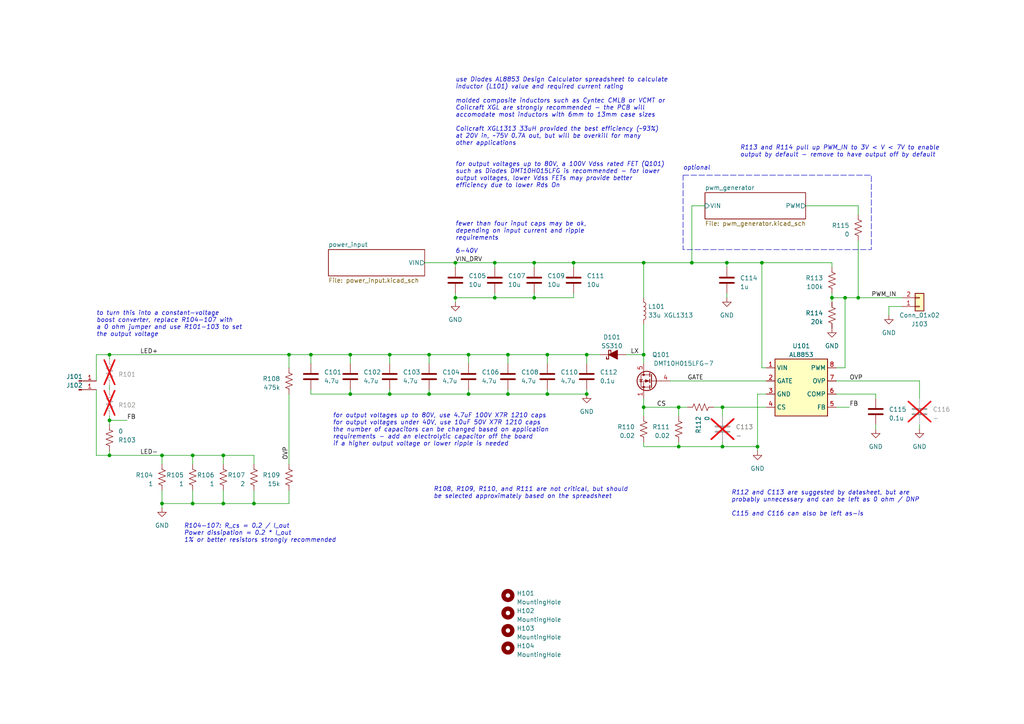
<source format=kicad_sch>
(kicad_sch (version 20230121) (generator eeschema)

  (uuid 00727dd6-05dc-45da-8b8a-290f08de5929)

  (paper "A4")

  (lib_symbols
    (symbol "Connector:Conn_01x01_Pin" (pin_names (offset 1.016) hide) (in_bom yes) (on_board yes)
      (property "Reference" "J" (at 0 2.54 0)
        (effects (font (size 1.27 1.27)))
      )
      (property "Value" "Conn_01x01_Pin" (at 0 -2.54 0)
        (effects (font (size 1.27 1.27)))
      )
      (property "Footprint" "" (at 0 0 0)
        (effects (font (size 1.27 1.27)) hide)
      )
      (property "Datasheet" "~" (at 0 0 0)
        (effects (font (size 1.27 1.27)) hide)
      )
      (property "ki_locked" "" (at 0 0 0)
        (effects (font (size 1.27 1.27)))
      )
      (property "ki_keywords" "connector" (at 0 0 0)
        (effects (font (size 1.27 1.27)) hide)
      )
      (property "ki_description" "Generic connector, single row, 01x01, script generated" (at 0 0 0)
        (effects (font (size 1.27 1.27)) hide)
      )
      (property "ki_fp_filters" "Connector*:*_1x??_*" (at 0 0 0)
        (effects (font (size 1.27 1.27)) hide)
      )
      (symbol "Conn_01x01_Pin_1_1"
        (polyline
          (pts
            (xy 1.27 0)
            (xy 0.8636 0)
          )
          (stroke (width 0.1524) (type default))
          (fill (type none))
        )
        (rectangle (start 0.8636 0.127) (end 0 -0.127)
          (stroke (width 0.1524) (type default))
          (fill (type outline))
        )
        (pin passive line (at 5.08 0 180) (length 3.81)
          (name "Pin_1" (effects (font (size 1.27 1.27))))
          (number "1" (effects (font (size 1.27 1.27))))
        )
      )
    )
    (symbol "Connector_Generic:Conn_01x02" (pin_names (offset 1.016) hide) (in_bom yes) (on_board yes)
      (property "Reference" "J" (at 0 2.54 0)
        (effects (font (size 1.27 1.27)))
      )
      (property "Value" "Conn_01x02" (at 0 -5.08 0)
        (effects (font (size 1.27 1.27)))
      )
      (property "Footprint" "" (at 0 0 0)
        (effects (font (size 1.27 1.27)) hide)
      )
      (property "Datasheet" "~" (at 0 0 0)
        (effects (font (size 1.27 1.27)) hide)
      )
      (property "ki_keywords" "connector" (at 0 0 0)
        (effects (font (size 1.27 1.27)) hide)
      )
      (property "ki_description" "Generic connector, single row, 01x02, script generated (kicad-library-utils/schlib/autogen/connector/)" (at 0 0 0)
        (effects (font (size 1.27 1.27)) hide)
      )
      (property "ki_fp_filters" "Connector*:*_1x??_*" (at 0 0 0)
        (effects (font (size 1.27 1.27)) hide)
      )
      (symbol "Conn_01x02_1_1"
        (rectangle (start -1.27 -2.413) (end 0 -2.667)
          (stroke (width 0.1524) (type default))
          (fill (type none))
        )
        (rectangle (start -1.27 0.127) (end 0 -0.127)
          (stroke (width 0.1524) (type default))
          (fill (type none))
        )
        (rectangle (start -1.27 1.27) (end 1.27 -3.81)
          (stroke (width 0.254) (type default))
          (fill (type background))
        )
        (pin passive line (at -5.08 0 0) (length 3.81)
          (name "Pin_1" (effects (font (size 1.27 1.27))))
          (number "1" (effects (font (size 1.27 1.27))))
        )
        (pin passive line (at -5.08 -2.54 0) (length 3.81)
          (name "Pin_2" (effects (font (size 1.27 1.27))))
          (number "2" (effects (font (size 1.27 1.27))))
        )
      )
    )
    (symbol "Device:C" (pin_numbers hide) (pin_names (offset 0.254)) (in_bom yes) (on_board yes)
      (property "Reference" "C" (at 0.635 2.54 0)
        (effects (font (size 1.27 1.27)) (justify left))
      )
      (property "Value" "C" (at 0.635 -2.54 0)
        (effects (font (size 1.27 1.27)) (justify left))
      )
      (property "Footprint" "" (at 0.9652 -3.81 0)
        (effects (font (size 1.27 1.27)) hide)
      )
      (property "Datasheet" "~" (at 0 0 0)
        (effects (font (size 1.27 1.27)) hide)
      )
      (property "ki_keywords" "cap capacitor" (at 0 0 0)
        (effects (font (size 1.27 1.27)) hide)
      )
      (property "ki_description" "Unpolarized capacitor" (at 0 0 0)
        (effects (font (size 1.27 1.27)) hide)
      )
      (property "ki_fp_filters" "C_*" (at 0 0 0)
        (effects (font (size 1.27 1.27)) hide)
      )
      (symbol "C_0_1"
        (polyline
          (pts
            (xy -2.032 -0.762)
            (xy 2.032 -0.762)
          )
          (stroke (width 0.508) (type default))
          (fill (type none))
        )
        (polyline
          (pts
            (xy -2.032 0.762)
            (xy 2.032 0.762)
          )
          (stroke (width 0.508) (type default))
          (fill (type none))
        )
      )
      (symbol "C_1_1"
        (pin passive line (at 0 3.81 270) (length 2.794)
          (name "~" (effects (font (size 1.27 1.27))))
          (number "1" (effects (font (size 1.27 1.27))))
        )
        (pin passive line (at 0 -3.81 90) (length 2.794)
          (name "~" (effects (font (size 1.27 1.27))))
          (number "2" (effects (font (size 1.27 1.27))))
        )
      )
    )
    (symbol "Device:L" (pin_numbers hide) (pin_names (offset 1.016) hide) (in_bom yes) (on_board yes)
      (property "Reference" "L" (at -1.27 0 90)
        (effects (font (size 1.27 1.27)))
      )
      (property "Value" "L" (at 1.905 0 90)
        (effects (font (size 1.27 1.27)))
      )
      (property "Footprint" "" (at 0 0 0)
        (effects (font (size 1.27 1.27)) hide)
      )
      (property "Datasheet" "~" (at 0 0 0)
        (effects (font (size 1.27 1.27)) hide)
      )
      (property "ki_keywords" "inductor choke coil reactor magnetic" (at 0 0 0)
        (effects (font (size 1.27 1.27)) hide)
      )
      (property "ki_description" "Inductor" (at 0 0 0)
        (effects (font (size 1.27 1.27)) hide)
      )
      (property "ki_fp_filters" "Choke_* *Coil* Inductor_* L_*" (at 0 0 0)
        (effects (font (size 1.27 1.27)) hide)
      )
      (symbol "L_0_1"
        (arc (start 0 -2.54) (mid 0.6323 -1.905) (end 0 -1.27)
          (stroke (width 0) (type default))
          (fill (type none))
        )
        (arc (start 0 -1.27) (mid 0.6323 -0.635) (end 0 0)
          (stroke (width 0) (type default))
          (fill (type none))
        )
        (arc (start 0 0) (mid 0.6323 0.635) (end 0 1.27)
          (stroke (width 0) (type default))
          (fill (type none))
        )
        (arc (start 0 1.27) (mid 0.6323 1.905) (end 0 2.54)
          (stroke (width 0) (type default))
          (fill (type none))
        )
      )
      (symbol "L_1_1"
        (pin passive line (at 0 3.81 270) (length 1.27)
          (name "1" (effects (font (size 1.27 1.27))))
          (number "1" (effects (font (size 1.27 1.27))))
        )
        (pin passive line (at 0 -3.81 90) (length 1.27)
          (name "2" (effects (font (size 1.27 1.27))))
          (number "2" (effects (font (size 1.27 1.27))))
        )
      )
    )
    (symbol "Device:R_US" (pin_numbers hide) (pin_names (offset 0)) (in_bom yes) (on_board yes)
      (property "Reference" "R" (at 2.54 0 90)
        (effects (font (size 1.27 1.27)))
      )
      (property "Value" "R_US" (at -2.54 0 90)
        (effects (font (size 1.27 1.27)))
      )
      (property "Footprint" "" (at 1.016 -0.254 90)
        (effects (font (size 1.27 1.27)) hide)
      )
      (property "Datasheet" "~" (at 0 0 0)
        (effects (font (size 1.27 1.27)) hide)
      )
      (property "ki_keywords" "R res resistor" (at 0 0 0)
        (effects (font (size 1.27 1.27)) hide)
      )
      (property "ki_description" "Resistor, US symbol" (at 0 0 0)
        (effects (font (size 1.27 1.27)) hide)
      )
      (property "ki_fp_filters" "R_*" (at 0 0 0)
        (effects (font (size 1.27 1.27)) hide)
      )
      (symbol "R_US_0_1"
        (polyline
          (pts
            (xy 0 -2.286)
            (xy 0 -2.54)
          )
          (stroke (width 0) (type default))
          (fill (type none))
        )
        (polyline
          (pts
            (xy 0 2.286)
            (xy 0 2.54)
          )
          (stroke (width 0) (type default))
          (fill (type none))
        )
        (polyline
          (pts
            (xy 0 -0.762)
            (xy 1.016 -1.143)
            (xy 0 -1.524)
            (xy -1.016 -1.905)
            (xy 0 -2.286)
          )
          (stroke (width 0) (type default))
          (fill (type none))
        )
        (polyline
          (pts
            (xy 0 0.762)
            (xy 1.016 0.381)
            (xy 0 0)
            (xy -1.016 -0.381)
            (xy 0 -0.762)
          )
          (stroke (width 0) (type default))
          (fill (type none))
        )
        (polyline
          (pts
            (xy 0 2.286)
            (xy 1.016 1.905)
            (xy 0 1.524)
            (xy -1.016 1.143)
            (xy 0 0.762)
          )
          (stroke (width 0) (type default))
          (fill (type none))
        )
      )
      (symbol "R_US_1_1"
        (pin passive line (at 0 3.81 270) (length 1.27)
          (name "~" (effects (font (size 1.27 1.27))))
          (number "1" (effects (font (size 1.27 1.27))))
        )
        (pin passive line (at 0 -3.81 90) (length 1.27)
          (name "~" (effects (font (size 1.27 1.27))))
          (number "2" (effects (font (size 1.27 1.27))))
        )
      )
    )
    (symbol "Mechanical:MountingHole" (pin_names (offset 1.016)) (in_bom yes) (on_board yes)
      (property "Reference" "H" (at 0 5.08 0)
        (effects (font (size 1.27 1.27)))
      )
      (property "Value" "MountingHole" (at 0 3.175 0)
        (effects (font (size 1.27 1.27)))
      )
      (property "Footprint" "" (at 0 0 0)
        (effects (font (size 1.27 1.27)) hide)
      )
      (property "Datasheet" "~" (at 0 0 0)
        (effects (font (size 1.27 1.27)) hide)
      )
      (property "ki_keywords" "mounting hole" (at 0 0 0)
        (effects (font (size 1.27 1.27)) hide)
      )
      (property "ki_description" "Mounting Hole without connection" (at 0 0 0)
        (effects (font (size 1.27 1.27)) hide)
      )
      (property "ki_fp_filters" "MountingHole*" (at 0 0 0)
        (effects (font (size 1.27 1.27)) hide)
      )
      (symbol "MountingHole_0_1"
        (circle (center 0 0) (radius 1.27)
          (stroke (width 1.27) (type default))
          (fill (type none))
        )
      )
    )
    (symbol "PCM_Diode_Schottky_AKL:SS310" (pin_numbers hide) (pin_names (offset 1.016) hide) (in_bom yes) (on_board yes)
      (property "Reference" "D" (at 0 5.08 0)
        (effects (font (size 1.27 1.27)))
      )
      (property "Value" "SS310" (at 0 2.54 0)
        (effects (font (size 1.27 1.27)))
      )
      (property "Footprint" "Diode_SMD_AKL:D_SMC" (at 0 0 0)
        (effects (font (size 1.27 1.27)) hide)
      )
      (property "Datasheet" "https://www.tme.eu/Document/958f83f08020ea6bf6e0841bd09a3a5f/SS32_SS39.pdf" (at 0 0 0)
        (effects (font (size 1.27 1.27)) hide)
      )
      (property "ki_keywords" "diode Schottky SS310" (at 0 0 0)
        (effects (font (size 1.27 1.27)) hide)
      )
      (property "ki_description" "SMC Schottky diode, 100V, 3A, Alternate KiCAD Library" (at 0 0 0)
        (effects (font (size 1.27 1.27)) hide)
      )
      (property "ki_fp_filters" "TO-???* *_Diode_* *SingleDiode* D_*" (at 0 0 0)
        (effects (font (size 1.27 1.27)) hide)
      )
      (symbol "SS310_0_1"
        (polyline
          (pts
            (xy -1.27 0)
            (xy 1.27 0)
          )
          (stroke (width 0) (type default))
          (fill (type none))
        )
        (polyline
          (pts
            (xy -1.27 -1.27)
            (xy -1.27 1.27)
            (xy 1.27 0)
            (xy -1.27 -1.27)
          )
          (stroke (width 0.254) (type default))
          (fill (type outline))
        )
        (polyline
          (pts
            (xy 1.905 -0.635)
            (xy 1.905 -1.27)
            (xy 1.27 -1.27)
            (xy 1.27 1.27)
            (xy 0.635 1.27)
            (xy 0.635 0.635)
          )
          (stroke (width 0.254) (type default))
          (fill (type none))
        )
      )
      (symbol "SS310_1_1"
        (pin passive line (at 3.81 0 180) (length 2.54)
          (name "K" (effects (font (size 1.27 1.27))))
          (number "1" (effects (font (size 1.27 1.27))))
        )
        (pin passive line (at -3.81 0 0) (length 2.54)
          (name "A" (effects (font (size 1.27 1.27))))
          (number "2" (effects (font (size 1.27 1.27))))
        )
      )
    )
    (symbol "Regulator_Switching:AP62300WU" (in_bom yes) (on_board yes)
      (property "Reference" "U1" (at 0 8.89 0)
        (effects (font (size 1.27 1.27)))
      )
      (property "Value" "AL8853" (at 0 6.35 0)
        (effects (font (size 1.27 1.27)))
      )
      (property "Footprint" "Package_SO:SOP-8_3.9x4.9mm_P1.27mm" (at 0 -22.86 0)
        (effects (font (size 1.27 1.27)))
      )
      (property "Datasheet" "https://www.diodes.com/assets/Datasheets/AL8853.pdf" (at 0 -17.78 0)
        (effects (font (size 1.27 1.27)) hide)
      )
      (property "ki_fp_filters" "TSOT?23*" (at 0 0 0)
        (effects (font (size 1.27 1.27)) hide)
      )
      (symbol "AP62300WU_0_1"
        (rectangle (start -7.62 5.08) (end 7.62 -11.43)
          (stroke (width 0.254) (type default))
          (fill (type background))
        )
      )
      (symbol "AP62300WU_1_0"
        (pin input line (at 10.16 -1.27 180) (length 2.54)
          (name "OVP" (effects (font (size 1.27 1.27))))
          (number "7" (effects (font (size 1.27 1.27))))
        )
        (pin input line (at 10.16 2.54 180) (length 2.54)
          (name "PWM" (effects (font (size 1.27 1.27))))
          (number "8" (effects (font (size 1.27 1.27))))
        )
      )
      (symbol "AP62300WU_1_1"
        (pin power_in line (at -10.16 2.54 0) (length 2.54)
          (name "VIN" (effects (font (size 1.27 1.27))))
          (number "1" (effects (font (size 1.27 1.27))))
        )
        (pin output line (at -10.16 -1.27 0) (length 2.54)
          (name "GATE" (effects (font (size 1.27 1.27))))
          (number "2" (effects (font (size 1.27 1.27))))
        )
        (pin power_in line (at -10.16 -5.08 0) (length 2.54)
          (name "GND" (effects (font (size 1.27 1.27))))
          (number "3" (effects (font (size 1.27 1.27))))
        )
        (pin input line (at -10.16 -8.89 0) (length 2.54)
          (name "CS" (effects (font (size 1.27 1.27))))
          (number "4" (effects (font (size 1.27 1.27))))
        )
        (pin input line (at 10.16 -8.89 180) (length 2.54)
          (name "FB" (effects (font (size 1.27 1.27))))
          (number "5" (effects (font (size 1.27 1.27))))
        )
        (pin input line (at 10.16 -5.08 180) (length 2.54)
          (name "COMP" (effects (font (size 1.27 1.27))))
          (number "6" (effects (font (size 1.27 1.27))))
        )
      )
    )
    (symbol "Transistor_FET:SiS454DN" (pin_names hide) (in_bom yes) (on_board yes)
      (property "Reference" "Q" (at 5.08 1.905 0)
        (effects (font (size 1.27 1.27)) (justify left))
      )
      (property "Value" "SiS454DN" (at 5.08 0 0)
        (effects (font (size 1.27 1.27)) (justify left))
      )
      (property "Footprint" "Package_SO:Vishay_PowerPAK_1212-8_Single" (at 5.08 -1.905 0)
        (effects (font (size 1.27 1.27) italic) (justify left) hide)
      )
      (property "Datasheet" "https://www.vishay.com/docs/66707/sis454dn.pdf" (at 0 0 0)
        (effects (font (size 1.27 1.27)) (justify left) hide)
      )
      (property "ki_keywords" "N-Channel MOSFET" (at 0 0 0)
        (effects (font (size 1.27 1.27)) hide)
      )
      (property "ki_description" "35A Id, 20V Vds, N-Channel MOSFET, PowerPAK 1212-8 Single" (at 0 0 0)
        (effects (font (size 1.27 1.27)) hide)
      )
      (property "ki_fp_filters" "Vishay*PowerPAK*1212*Single*" (at 0 0 0)
        (effects (font (size 1.27 1.27)) hide)
      )
      (symbol "SiS454DN_0_1"
        (polyline
          (pts
            (xy 0.254 0)
            (xy -2.54 0)
          )
          (stroke (width 0) (type default))
          (fill (type none))
        )
        (polyline
          (pts
            (xy 0.254 1.905)
            (xy 0.254 -1.905)
          )
          (stroke (width 0.254) (type default))
          (fill (type none))
        )
        (polyline
          (pts
            (xy 0.762 -1.27)
            (xy 0.762 -2.286)
          )
          (stroke (width 0.254) (type default))
          (fill (type none))
        )
        (polyline
          (pts
            (xy 0.762 0.508)
            (xy 0.762 -0.508)
          )
          (stroke (width 0.254) (type default))
          (fill (type none))
        )
        (polyline
          (pts
            (xy 0.762 2.286)
            (xy 0.762 1.27)
          )
          (stroke (width 0.254) (type default))
          (fill (type none))
        )
        (polyline
          (pts
            (xy 2.54 2.54)
            (xy 2.54 1.778)
          )
          (stroke (width 0) (type default))
          (fill (type none))
        )
        (polyline
          (pts
            (xy 2.54 -2.54)
            (xy 2.54 0)
            (xy 0.762 0)
          )
          (stroke (width 0) (type default))
          (fill (type none))
        )
        (polyline
          (pts
            (xy 0.762 -1.778)
            (xy 3.302 -1.778)
            (xy 3.302 1.778)
            (xy 0.762 1.778)
          )
          (stroke (width 0) (type default))
          (fill (type none))
        )
        (polyline
          (pts
            (xy 1.016 0)
            (xy 2.032 0.381)
            (xy 2.032 -0.381)
            (xy 1.016 0)
          )
          (stroke (width 0) (type default))
          (fill (type outline))
        )
        (polyline
          (pts
            (xy 2.794 0.508)
            (xy 2.921 0.381)
            (xy 3.683 0.381)
            (xy 3.81 0.254)
          )
          (stroke (width 0) (type default))
          (fill (type none))
        )
        (polyline
          (pts
            (xy 3.302 0.381)
            (xy 2.921 -0.254)
            (xy 3.683 -0.254)
            (xy 3.302 0.381)
          )
          (stroke (width 0) (type default))
          (fill (type none))
        )
        (circle (center 1.651 0) (radius 2.794)
          (stroke (width 0.254) (type default))
          (fill (type none))
        )
        (circle (center 2.54 -1.778) (radius 0.254)
          (stroke (width 0) (type default))
          (fill (type outline))
        )
        (circle (center 2.54 1.778) (radius 0.254)
          (stroke (width 0) (type default))
          (fill (type outline))
        )
      )
      (symbol "SiS454DN_1_1"
        (pin passive line (at 2.54 -5.08 90) (length 2.54)
          (name "S" (effects (font (size 1.27 1.27))))
          (number "1" (effects (font (size 1.27 1.27))))
        )
        (pin passive line (at 2.54 -5.08 90) (length 2.54) hide
          (name "S" (effects (font (size 1.27 1.27))))
          (number "2" (effects (font (size 1.27 1.27))))
        )
        (pin passive line (at 2.54 -5.08 90) (length 2.54) hide
          (name "S" (effects (font (size 1.27 1.27))))
          (number "3" (effects (font (size 1.27 1.27))))
        )
        (pin input line (at -5.08 0 0) (length 2.54)
          (name "G" (effects (font (size 1.27 1.27))))
          (number "4" (effects (font (size 1.27 1.27))))
        )
        (pin passive line (at 2.54 5.08 270) (length 2.54)
          (name "D" (effects (font (size 1.27 1.27))))
          (number "5" (effects (font (size 1.27 1.27))))
        )
      )
    )
    (symbol "power:GND" (power) (pin_names (offset 0)) (in_bom yes) (on_board yes)
      (property "Reference" "#PWR" (at 0 -6.35 0)
        (effects (font (size 1.27 1.27)) hide)
      )
      (property "Value" "GND" (at 0 -3.81 0)
        (effects (font (size 1.27 1.27)))
      )
      (property "Footprint" "" (at 0 0 0)
        (effects (font (size 1.27 1.27)) hide)
      )
      (property "Datasheet" "" (at 0 0 0)
        (effects (font (size 1.27 1.27)) hide)
      )
      (property "ki_keywords" "global power" (at 0 0 0)
        (effects (font (size 1.27 1.27)) hide)
      )
      (property "ki_description" "Power symbol creates a global label with name \"GND\" , ground" (at 0 0 0)
        (effects (font (size 1.27 1.27)) hide)
      )
      (symbol "GND_0_1"
        (polyline
          (pts
            (xy 0 0)
            (xy 0 -1.27)
            (xy 1.27 -1.27)
            (xy 0 -2.54)
            (xy -1.27 -1.27)
            (xy 0 -1.27)
          )
          (stroke (width 0) (type default))
          (fill (type none))
        )
      )
      (symbol "GND_1_1"
        (pin power_in line (at 0 0 270) (length 0) hide
          (name "GND" (effects (font (size 1.27 1.27))))
          (number "1" (effects (font (size 1.27 1.27))))
        )
      )
    )
  )

  (junction (at 135.89 114.3) (diameter 0) (color 0 0 0 0)
    (uuid 04363617-0e9c-4f7b-9f38-dd21b724d857)
  )
  (junction (at 31.75 132.08) (diameter 0) (color 0 0 0 0)
    (uuid 07109efe-16e6-4478-8afe-728813df1414)
  )
  (junction (at 186.69 76.2) (diameter 0) (color 0 0 0 0)
    (uuid 0eb163c9-3a15-43b0-881e-bcc97940bef0)
  )
  (junction (at 101.6 114.3) (diameter 0) (color 0 0 0 0)
    (uuid 166a73af-0a34-4c62-a448-e78cd2715158)
  )
  (junction (at 135.89 102.87) (diameter 0) (color 0 0 0 0)
    (uuid 1a80f65b-b3a8-44cd-b625-4eb886cc68f2)
  )
  (junction (at 55.88 146.05) (diameter 0) (color 0 0 0 0)
    (uuid 21e95995-3830-4709-9391-39d9d7f7b51f)
  )
  (junction (at 210.82 76.2) (diameter 0) (color 0 0 0 0)
    (uuid 245a3d2c-62c1-491a-8627-7d8782b1e9d5)
  )
  (junction (at 220.98 76.2) (diameter 0) (color 0 0 0 0)
    (uuid 25ebe6ee-7144-42df-ac5a-578793ff8d89)
  )
  (junction (at 124.46 102.87) (diameter 0) (color 0 0 0 0)
    (uuid 3146c693-1603-4098-96d3-5cb726364ef0)
  )
  (junction (at 147.32 102.87) (diameter 0) (color 0 0 0 0)
    (uuid 34c4ffb8-eabd-424b-90ef-de828398fe81)
  )
  (junction (at 143.51 76.2) (diameter 0) (color 0 0 0 0)
    (uuid 3fc060a0-11d8-4972-90fd-51ca83a5f65b)
  )
  (junction (at 186.69 118.11) (diameter 0) (color 0 0 0 0)
    (uuid 421d76dc-b10a-4677-84f8-bf92ad74f658)
  )
  (junction (at 46.99 132.08) (diameter 0) (color 0 0 0 0)
    (uuid 4b3db0c2-06e9-41f1-a2b0-829b211abfb7)
  )
  (junction (at 101.6 102.87) (diameter 0) (color 0 0 0 0)
    (uuid 4d51f99e-f098-412f-bd98-0d784237c6f3)
  )
  (junction (at 158.75 114.3) (diameter 0) (color 0 0 0 0)
    (uuid 4e221301-e9f1-4c67-acc5-c51adc4ab4cc)
  )
  (junction (at 248.92 86.36) (diameter 0) (color 0 0 0 0)
    (uuid 4ece2156-d273-4f5f-ad60-a4030df05ef8)
  )
  (junction (at 90.17 102.87) (diameter 0) (color 0 0 0 0)
    (uuid 50d16811-0c11-43fc-b87a-755e6fe70729)
  )
  (junction (at 170.18 114.3) (diameter 0) (color 0 0 0 0)
    (uuid 565d8840-5dbc-4c42-826c-ab3299c8dec2)
  )
  (junction (at 132.08 76.2) (diameter 0) (color 0 0 0 0)
    (uuid 5c1b236a-aa55-4620-80f2-36a4442565e5)
  )
  (junction (at 73.66 146.05) (diameter 0) (color 0 0 0 0)
    (uuid 5ef92103-bdc1-47ef-8cf0-7ca652be01b9)
  )
  (junction (at 143.51 86.36) (diameter 0) (color 0 0 0 0)
    (uuid 642d8602-b5ad-4726-8f44-dcce6aadf165)
  )
  (junction (at 31.75 102.87) (diameter 0) (color 0 0 0 0)
    (uuid 683c27ff-8fc3-4b33-b3ab-36c26dca732e)
  )
  (junction (at 219.71 129.54) (diameter 0) (color 0 0 0 0)
    (uuid 73151f0d-cfcf-454c-a16c-02512af54f1f)
  )
  (junction (at 170.18 102.87) (diameter 0) (color 0 0 0 0)
    (uuid 85f75632-2dfd-4d8a-a9e2-900ae81c2349)
  )
  (junction (at 64.77 146.05) (diameter 0) (color 0 0 0 0)
    (uuid 86546207-34c0-432b-bd72-af1dd324dd16)
  )
  (junction (at 209.55 118.11) (diameter 0) (color 0 0 0 0)
    (uuid 8d152a63-0544-4f66-a82e-327629e01143)
  )
  (junction (at 209.55 129.54) (diameter 0) (color 0 0 0 0)
    (uuid 94559133-5e37-4a50-8e49-14914ead9950)
  )
  (junction (at 124.46 114.3) (diameter 0) (color 0 0 0 0)
    (uuid 9def8326-7fd9-412c-b1f4-1caa212e9102)
  )
  (junction (at 31.75 121.92) (diameter 0) (color 0 0 0 0)
    (uuid 9f90026f-250c-4ac7-9bd1-8e09a72aa6fd)
  )
  (junction (at 158.75 102.87) (diameter 0) (color 0 0 0 0)
    (uuid a050123d-a17b-4ec9-b5b6-8c3450ae2673)
  )
  (junction (at 200.66 76.2) (diameter 0) (color 0 0 0 0)
    (uuid a5ed9a8c-8c69-49dd-adf9-77899cad7cf3)
  )
  (junction (at 113.03 102.87) (diameter 0) (color 0 0 0 0)
    (uuid a8a69393-bb67-4174-8238-bb8e31ca32d1)
  )
  (junction (at 154.94 76.2) (diameter 0) (color 0 0 0 0)
    (uuid be2da116-84fc-43e4-8564-78dcc74a4fc0)
  )
  (junction (at 241.3 86.36) (diameter 0) (color 0 0 0 0)
    (uuid c55f22f3-2300-4e22-b50a-6292612b4c77)
  )
  (junction (at 46.99 146.05) (diameter 0) (color 0 0 0 0)
    (uuid ccb5bda8-f888-4da6-9b4d-c15cbb156fdc)
  )
  (junction (at 113.03 114.3) (diameter 0) (color 0 0 0 0)
    (uuid cf9041d1-0599-4c67-819e-3b800d9c6820)
  )
  (junction (at 186.69 102.87) (diameter 0) (color 0 0 0 0)
    (uuid cfe00868-620b-47ed-b7a8-1edbf875dacf)
  )
  (junction (at 147.32 114.3) (diameter 0) (color 0 0 0 0)
    (uuid d0096c3d-4706-4963-bf7e-e49869edce77)
  )
  (junction (at 132.08 86.36) (diameter 0) (color 0 0 0 0)
    (uuid d56a9eaa-3700-4c9d-a090-c148383291f7)
  )
  (junction (at 196.85 129.54) (diameter 0) (color 0 0 0 0)
    (uuid d76c4fa2-8da4-4049-ab49-ef0a646be997)
  )
  (junction (at 154.94 86.36) (diameter 0) (color 0 0 0 0)
    (uuid dae825c1-4749-4dc2-b18b-43c485f9c8bd)
  )
  (junction (at 245.11 86.36) (diameter 0) (color 0 0 0 0)
    (uuid de073c2c-a1bf-4f78-b562-25514ea86bf4)
  )
  (junction (at 166.37 76.2) (diameter 0) (color 0 0 0 0)
    (uuid f1dbd5d3-2568-46bf-a9ee-c3b4dcd37ea6)
  )
  (junction (at 196.85 118.11) (diameter 0) (color 0 0 0 0)
    (uuid f4a1ddca-11bb-4267-bb4e-8543f915b8bb)
  )
  (junction (at 83.82 102.87) (diameter 0) (color 0 0 0 0)
    (uuid f5314f1f-0717-4d2b-98fd-8ce7451cddf3)
  )
  (junction (at 64.77 132.08) (diameter 0) (color 0 0 0 0)
    (uuid f5bc0059-eb46-48de-a6a5-cab41670cb60)
  )
  (junction (at 55.88 132.08) (diameter 0) (color 0 0 0 0)
    (uuid f674185f-a75d-4649-a866-e97e687b5c2d)
  )

  (wire (pts (xy 64.77 142.24) (xy 64.77 146.05))
    (stroke (width 0) (type default))
    (uuid 0050368c-c87b-47bf-b123-7b979a1a05ba)
  )
  (wire (pts (xy 132.08 86.36) (xy 132.08 85.09))
    (stroke (width 0) (type default))
    (uuid 029692b3-8efb-47d0-b5bb-2574c51cfd79)
  )
  (wire (pts (xy 31.75 120.65) (xy 31.75 121.92))
    (stroke (width 0) (type default))
    (uuid 02aee2eb-87b9-434f-9a47-8a5fe670c5d6)
  )
  (wire (pts (xy 55.88 132.08) (xy 55.88 134.62))
    (stroke (width 0) (type default))
    (uuid 02fad249-0f09-4322-a247-78aee812b1ab)
  )
  (wire (pts (xy 248.92 86.36) (xy 261.62 86.36))
    (stroke (width 0) (type default))
    (uuid 0375ae22-c36f-4c7c-9337-19f92a975317)
  )
  (wire (pts (xy 158.75 114.3) (xy 170.18 114.3))
    (stroke (width 0) (type default))
    (uuid 0384ca68-bf1f-455e-b45f-de380ad4e832)
  )
  (wire (pts (xy 196.85 118.11) (xy 196.85 120.65))
    (stroke (width 0) (type default))
    (uuid 03f809d0-8088-4980-9c02-2def6a122df5)
  )
  (wire (pts (xy 241.3 86.36) (xy 241.3 87.63))
    (stroke (width 0) (type default))
    (uuid 0a6da310-dd50-4fbd-9192-cd0cfb095176)
  )
  (wire (pts (xy 209.55 129.54) (xy 219.71 129.54))
    (stroke (width 0) (type default))
    (uuid 0b88968c-7cc9-4a1b-a68b-34843cf3d053)
  )
  (wire (pts (xy 241.3 76.2) (xy 241.3 77.47))
    (stroke (width 0) (type default))
    (uuid 16f3d8bf-9a92-49fd-b8fa-861d8122026f)
  )
  (wire (pts (xy 158.75 102.87) (xy 170.18 102.87))
    (stroke (width 0) (type default))
    (uuid 1c420afc-35b7-40f7-a579-04dbaf89ab0b)
  )
  (wire (pts (xy 64.77 132.08) (xy 55.88 132.08))
    (stroke (width 0) (type default))
    (uuid 1fc8cc2b-b770-4081-a811-abbad9d9f8eb)
  )
  (wire (pts (xy 254 114.3) (xy 242.57 114.3))
    (stroke (width 0) (type default))
    (uuid 20a2b571-cadb-4581-8c76-9c3f75097e5a)
  )
  (wire (pts (xy 90.17 102.87) (xy 90.17 105.41))
    (stroke (width 0) (type default))
    (uuid 20b6c5d6-d449-42fb-b2ee-a58ef447eab1)
  )
  (wire (pts (xy 73.66 142.24) (xy 73.66 146.05))
    (stroke (width 0) (type default))
    (uuid 22fcdf4e-a677-4b9f-8fa9-4a297c189a91)
  )
  (wire (pts (xy 248.92 59.69) (xy 248.92 62.23))
    (stroke (width 0) (type default))
    (uuid 288fcf5c-1ea8-4da0-a09a-be523e758649)
  )
  (wire (pts (xy 210.82 76.2) (xy 220.98 76.2))
    (stroke (width 0) (type default))
    (uuid 2ce7de8a-2c17-4f44-9c57-9d02dd4d0cbb)
  )
  (wire (pts (xy 143.51 76.2) (xy 154.94 76.2))
    (stroke (width 0) (type default))
    (uuid 2de77fcd-b512-4de4-88eb-0920cd6b70a5)
  )
  (wire (pts (xy 266.7 110.49) (xy 266.7 115.57))
    (stroke (width 0) (type default))
    (uuid 2ee7ab40-a0a3-44c3-8f58-c0ca6b9242d7)
  )
  (wire (pts (xy 147.32 114.3) (xy 158.75 114.3))
    (stroke (width 0) (type default))
    (uuid 30826fea-2d8a-43d5-aaaf-f3f6228e3b4a)
  )
  (wire (pts (xy 143.51 86.36) (xy 143.51 85.09))
    (stroke (width 0) (type default))
    (uuid 31cf67d9-18b4-4567-80e2-e3374c3d658b)
  )
  (wire (pts (xy 186.69 76.2) (xy 200.66 76.2))
    (stroke (width 0) (type default))
    (uuid 33d7ce1a-2c35-463a-bfbf-aa7e02166487)
  )
  (wire (pts (xy 124.46 102.87) (xy 124.46 105.41))
    (stroke (width 0) (type default))
    (uuid 3591a1ce-62ac-415a-b9d2-50785491dea9)
  )
  (wire (pts (xy 154.94 76.2) (xy 154.94 77.47))
    (stroke (width 0) (type default))
    (uuid 364db9a6-b854-4558-bddf-ddc438286832)
  )
  (wire (pts (xy 209.55 118.11) (xy 209.55 120.65))
    (stroke (width 0) (type default))
    (uuid 3b10f507-85a1-47c4-9cea-898dfe96d668)
  )
  (wire (pts (xy 46.99 132.08) (xy 46.99 134.62))
    (stroke (width 0) (type default))
    (uuid 40609c8f-bf17-404f-af20-1fa8c4d4e04a)
  )
  (wire (pts (xy 181.61 102.87) (xy 186.69 102.87))
    (stroke (width 0) (type default))
    (uuid 41daa1a7-891e-4084-800a-d5260c14b61d)
  )
  (wire (pts (xy 257.81 91.44) (xy 257.81 88.9))
    (stroke (width 0) (type default))
    (uuid 41efe412-6cc3-4117-a363-3b9788f843a5)
  )
  (wire (pts (xy 166.37 76.2) (xy 166.37 77.47))
    (stroke (width 0) (type default))
    (uuid 43c37186-f092-4427-baa6-512d3aeba3c1)
  )
  (wire (pts (xy 254 115.57) (xy 254 114.3))
    (stroke (width 0) (type default))
    (uuid 459ab71a-afd6-4454-88f4-d77060754566)
  )
  (wire (pts (xy 186.69 129.54) (xy 196.85 129.54))
    (stroke (width 0) (type default))
    (uuid 476e528e-67c8-43e7-98c3-d2c30c54f7d8)
  )
  (wire (pts (xy 31.75 102.87) (xy 31.75 104.14))
    (stroke (width 0) (type default))
    (uuid 47700546-d690-4d44-83e2-553b3e3a43e1)
  )
  (wire (pts (xy 158.75 113.03) (xy 158.75 114.3))
    (stroke (width 0) (type default))
    (uuid 478971b7-a7cf-412d-aff8-484c3969c764)
  )
  (wire (pts (xy 31.75 132.08) (xy 31.75 130.81))
    (stroke (width 0) (type default))
    (uuid 48f55df6-176d-41af-b00f-b7bc728a6764)
  )
  (wire (pts (xy 73.66 146.05) (xy 83.82 146.05))
    (stroke (width 0) (type default))
    (uuid 495b5c7d-b6d2-4f8e-8d8d-14be7c06d5d7)
  )
  (wire (pts (xy 186.69 120.65) (xy 186.69 118.11))
    (stroke (width 0) (type default))
    (uuid 4c571ef4-dc19-4898-a006-cc122c744fe4)
  )
  (wire (pts (xy 241.3 85.09) (xy 241.3 86.36))
    (stroke (width 0) (type default))
    (uuid 4f1e2f3f-0ce9-44b8-ae6b-a34875e5c08e)
  )
  (wire (pts (xy 90.17 113.03) (xy 90.17 114.3))
    (stroke (width 0) (type default))
    (uuid 4f51359a-db3b-45b2-8da6-d692aee36c10)
  )
  (wire (pts (xy 124.46 113.03) (xy 124.46 114.3))
    (stroke (width 0) (type default))
    (uuid 4f599928-4560-4302-8e26-be2a95cc770e)
  )
  (wire (pts (xy 220.98 76.2) (xy 220.98 106.68))
    (stroke (width 0) (type default))
    (uuid 4fcd9616-5267-44e6-9f8d-3232dd4560f6)
  )
  (wire (pts (xy 27.94 102.87) (xy 27.94 110.49))
    (stroke (width 0) (type default))
    (uuid 5060e77c-ab66-4bad-adbf-1f82db6baa6e)
  )
  (wire (pts (xy 166.37 76.2) (xy 186.69 76.2))
    (stroke (width 0) (type default))
    (uuid 515e8701-466d-4628-9dac-e3640c798cb7)
  )
  (wire (pts (xy 207.01 118.11) (xy 209.55 118.11))
    (stroke (width 0) (type default))
    (uuid 53791d38-8b71-4f81-9cde-20769dabb181)
  )
  (wire (pts (xy 219.71 129.54) (xy 219.71 130.81))
    (stroke (width 0) (type default))
    (uuid 53d647da-2bea-406a-90e6-55638a46ce30)
  )
  (wire (pts (xy 209.55 118.11) (xy 222.25 118.11))
    (stroke (width 0) (type default))
    (uuid 56ac4a54-a1ae-4815-acdc-4c1685a2a213)
  )
  (wire (pts (xy 83.82 114.3) (xy 83.82 134.62))
    (stroke (width 0) (type default))
    (uuid 574f5005-0945-44bf-8428-1b45622042ab)
  )
  (wire (pts (xy 31.75 132.08) (xy 27.94 132.08))
    (stroke (width 0) (type default))
    (uuid 5883db21-f9bd-4787-9484-dbbf6fff6205)
  )
  (wire (pts (xy 200.66 76.2) (xy 210.82 76.2))
    (stroke (width 0) (type default))
    (uuid 59cc0ba9-2869-4635-9032-258170a1adf8)
  )
  (wire (pts (xy 132.08 86.36) (xy 143.51 86.36))
    (stroke (width 0) (type default))
    (uuid 5ef4fd35-224d-4d3a-b864-ccdae7bf545e)
  )
  (wire (pts (xy 83.82 102.87) (xy 90.17 102.87))
    (stroke (width 0) (type default))
    (uuid 60aa4bc2-5ae7-4d6b-a307-a21d9f37c736)
  )
  (wire (pts (xy 132.08 76.2) (xy 143.51 76.2))
    (stroke (width 0) (type default))
    (uuid 647ab2f1-dbb9-4159-add7-dd1e2be1186a)
  )
  (wire (pts (xy 242.57 118.11) (xy 246.38 118.11))
    (stroke (width 0) (type default))
    (uuid 66516e4c-3f4e-42c0-973f-f6d995a5ac4f)
  )
  (wire (pts (xy 46.99 147.32) (xy 46.99 146.05))
    (stroke (width 0) (type default))
    (uuid 6681d771-7648-4351-94e4-6f990edb2315)
  )
  (wire (pts (xy 147.32 113.03) (xy 147.32 114.3))
    (stroke (width 0) (type default))
    (uuid 679f1ceb-d17b-4af6-b4a6-1d82932db3d1)
  )
  (wire (pts (xy 90.17 102.87) (xy 101.6 102.87))
    (stroke (width 0) (type default))
    (uuid 69e0dff6-6056-4384-b04a-248815761f72)
  )
  (wire (pts (xy 132.08 87.63) (xy 132.08 86.36))
    (stroke (width 0) (type default))
    (uuid 6d01f7c2-dbcb-4425-a314-46ef5fe20e82)
  )
  (wire (pts (xy 55.88 146.05) (xy 64.77 146.05))
    (stroke (width 0) (type default))
    (uuid 6f1f2a18-daf4-45fe-a064-e7a844de0ca8)
  )
  (wire (pts (xy 143.51 77.47) (xy 143.51 76.2))
    (stroke (width 0) (type default))
    (uuid 7061d0db-d3f2-4505-bf9f-ba2a333cea25)
  )
  (wire (pts (xy 46.99 146.05) (xy 55.88 146.05))
    (stroke (width 0) (type default))
    (uuid 71d9f325-3088-4752-ab3d-da177b8a61d1)
  )
  (wire (pts (xy 135.89 102.87) (xy 147.32 102.87))
    (stroke (width 0) (type default))
    (uuid 72a86b80-ea81-4821-84d1-567242cf70a9)
  )
  (wire (pts (xy 135.89 114.3) (xy 147.32 114.3))
    (stroke (width 0) (type default))
    (uuid 75ec1270-7404-436f-882a-7023395ee678)
  )
  (wire (pts (xy 73.66 132.08) (xy 64.77 132.08))
    (stroke (width 0) (type default))
    (uuid 77dffd3f-41d5-4566-85c8-8e2f158c1e3b)
  )
  (wire (pts (xy 233.68 59.69) (xy 248.92 59.69))
    (stroke (width 0) (type default))
    (uuid 7954ae8d-3a4c-4a73-9817-104ee366e80a)
  )
  (wire (pts (xy 73.66 132.08) (xy 73.66 134.62))
    (stroke (width 0) (type default))
    (uuid 7af4acfc-0e84-45e5-a795-fb911ef874ee)
  )
  (wire (pts (xy 204.47 59.69) (xy 200.66 59.69))
    (stroke (width 0) (type default))
    (uuid 7dcfa6bf-a8f1-41fe-92fa-d9b8fa96ddb1)
  )
  (wire (pts (xy 248.92 69.85) (xy 248.92 86.36))
    (stroke (width 0) (type default))
    (uuid 7e0ad274-452f-4e2d-bdd6-0bb5c849943c)
  )
  (wire (pts (xy 90.17 114.3) (xy 101.6 114.3))
    (stroke (width 0) (type default))
    (uuid 8063befa-1fd8-4e5f-973a-7b8a7cfe3b39)
  )
  (wire (pts (xy 64.77 146.05) (xy 73.66 146.05))
    (stroke (width 0) (type default))
    (uuid 81b7f614-b312-494e-9d59-41155595aad3)
  )
  (wire (pts (xy 101.6 102.87) (xy 113.03 102.87))
    (stroke (width 0) (type default))
    (uuid 83291fa0-fa5c-451a-846f-d28791955908)
  )
  (wire (pts (xy 27.94 102.87) (xy 31.75 102.87))
    (stroke (width 0) (type default))
    (uuid 86521ff9-39bf-4537-b886-e4ae8b9dcd7a)
  )
  (wire (pts (xy 31.75 102.87) (xy 83.82 102.87))
    (stroke (width 0) (type default))
    (uuid 86b64f4d-a0d7-456b-83f7-669e0ae69e93)
  )
  (wire (pts (xy 196.85 118.11) (xy 199.39 118.11))
    (stroke (width 0) (type default))
    (uuid 895a1d64-c8fd-4e08-8c80-47af8d19598f)
  )
  (wire (pts (xy 135.89 113.03) (xy 135.89 114.3))
    (stroke (width 0) (type default))
    (uuid 89b9b4dd-1d64-43df-9daf-469b3cd375a0)
  )
  (wire (pts (xy 242.57 110.49) (xy 266.7 110.49))
    (stroke (width 0) (type default))
    (uuid 8bb15a0d-063e-4343-92f8-57d4eeee7b76)
  )
  (wire (pts (xy 245.11 86.36) (xy 245.11 106.68))
    (stroke (width 0) (type default))
    (uuid 92d152a6-8fa1-4fda-b3e4-480323962934)
  )
  (wire (pts (xy 27.94 113.03) (xy 27.94 132.08))
    (stroke (width 0) (type default))
    (uuid 9444dcfc-1348-417c-bb28-28d939adfb7a)
  )
  (wire (pts (xy 209.55 129.54) (xy 209.55 128.27))
    (stroke (width 0) (type default))
    (uuid 953f0683-008b-464a-9dbb-e048e8b2b676)
  )
  (wire (pts (xy 113.03 102.87) (xy 113.03 105.41))
    (stroke (width 0) (type default))
    (uuid 9551ebc1-8f64-41ad-80b0-227ee47a6942)
  )
  (wire (pts (xy 55.88 142.24) (xy 55.88 146.05))
    (stroke (width 0) (type default))
    (uuid 9609869e-472c-4e23-a469-8b30e277d7ca)
  )
  (wire (pts (xy 266.7 123.19) (xy 266.7 124.46))
    (stroke (width 0) (type default))
    (uuid 9e16a719-267e-4ca4-b073-82037b752749)
  )
  (wire (pts (xy 101.6 102.87) (xy 101.6 105.41))
    (stroke (width 0) (type default))
    (uuid a0ccfeb8-8246-41d6-9450-333c74629b28)
  )
  (wire (pts (xy 154.94 86.36) (xy 154.94 85.09))
    (stroke (width 0) (type default))
    (uuid a5160d99-fcaa-41cc-af6c-7226feb90d4f)
  )
  (wire (pts (xy 186.69 115.57) (xy 186.69 118.11))
    (stroke (width 0) (type default))
    (uuid a551421d-a885-4eb6-a9ea-6e47dcc8825f)
  )
  (wire (pts (xy 245.11 86.36) (xy 241.3 86.36))
    (stroke (width 0) (type default))
    (uuid a6bf3194-d827-4dc5-8235-3f396234ccfd)
  )
  (wire (pts (xy 123.19 76.2) (xy 132.08 76.2))
    (stroke (width 0) (type default))
    (uuid a997b06e-15f3-415d-9296-2958320e1e54)
  )
  (wire (pts (xy 154.94 86.36) (xy 166.37 86.36))
    (stroke (width 0) (type default))
    (uuid aa0d8fd8-e829-464a-b984-77af1cc809e0)
  )
  (wire (pts (xy 186.69 128.27) (xy 186.69 129.54))
    (stroke (width 0) (type default))
    (uuid ab617880-054f-4b32-a062-17ee5567b962)
  )
  (wire (pts (xy 31.75 121.92) (xy 36.83 121.92))
    (stroke (width 0) (type default))
    (uuid aba23a30-2cc2-4db9-82b3-8966fcf432df)
  )
  (wire (pts (xy 219.71 114.3) (xy 219.71 129.54))
    (stroke (width 0) (type default))
    (uuid add81281-e835-4642-a5ce-2fb5a9fbc428)
  )
  (wire (pts (xy 222.25 114.3) (xy 219.71 114.3))
    (stroke (width 0) (type default))
    (uuid ae1c8570-878a-4029-ae39-b4b0b9d95df5)
  )
  (wire (pts (xy 220.98 106.68) (xy 222.25 106.68))
    (stroke (width 0) (type default))
    (uuid ae6cfe52-9833-4e1c-bef1-0c57fe7d6aac)
  )
  (wire (pts (xy 46.99 132.08) (xy 31.75 132.08))
    (stroke (width 0) (type default))
    (uuid ae9a0c3d-b2a3-484a-be8d-146fcab8c1a2)
  )
  (wire (pts (xy 196.85 129.54) (xy 209.55 129.54))
    (stroke (width 0) (type default))
    (uuid b01223e9-2496-4815-af6f-3bdd4da9c1d9)
  )
  (wire (pts (xy 31.75 111.76) (xy 31.75 113.03))
    (stroke (width 0) (type default))
    (uuid b231f3df-e694-45eb-883a-9575b2ffed58)
  )
  (wire (pts (xy 196.85 118.11) (xy 186.69 118.11))
    (stroke (width 0) (type default))
    (uuid b317e59e-2d54-40f3-9a12-5282d97c7102)
  )
  (wire (pts (xy 135.89 102.87) (xy 135.89 105.41))
    (stroke (width 0) (type default))
    (uuid b771c7ca-78f4-4472-913b-b172528ebc43)
  )
  (wire (pts (xy 186.69 76.2) (xy 186.69 86.36))
    (stroke (width 0) (type default))
    (uuid b79e67ef-8e49-4f24-86e3-3531f4d23406)
  )
  (wire (pts (xy 170.18 114.3) (xy 170.18 113.03))
    (stroke (width 0) (type default))
    (uuid b889a5e2-17a9-416f-b549-ff1dbad0a7ec)
  )
  (wire (pts (xy 147.32 102.87) (xy 147.32 105.41))
    (stroke (width 0) (type default))
    (uuid b8ba9dd7-c0a3-45e6-8cfc-c7436f4e8631)
  )
  (wire (pts (xy 147.32 102.87) (xy 158.75 102.87))
    (stroke (width 0) (type default))
    (uuid b9558a8d-d051-44c0-854b-1d42a8005825)
  )
  (wire (pts (xy 186.69 102.87) (xy 186.69 105.41))
    (stroke (width 0) (type default))
    (uuid b9b2ea7b-b183-464f-9401-686ec861b8d7)
  )
  (wire (pts (xy 200.66 59.69) (xy 200.66 76.2))
    (stroke (width 0) (type default))
    (uuid bcb2b3cf-1f86-47e6-8423-560bc0667278)
  )
  (wire (pts (xy 113.03 102.87) (xy 124.46 102.87))
    (stroke (width 0) (type default))
    (uuid bf452962-56b1-4c69-87ab-a493a911b0e3)
  )
  (wire (pts (xy 210.82 86.36) (xy 210.82 85.09))
    (stroke (width 0) (type default))
    (uuid c0d85492-abf7-4b18-8975-fe710158b33f)
  )
  (wire (pts (xy 64.77 132.08) (xy 64.77 134.62))
    (stroke (width 0) (type default))
    (uuid c5af35ca-bcbb-45da-aa8a-817bc11c0774)
  )
  (wire (pts (xy 113.03 114.3) (xy 124.46 114.3))
    (stroke (width 0) (type default))
    (uuid c694e473-36b6-48d8-ae16-2cf0dd290460)
  )
  (wire (pts (xy 166.37 86.36) (xy 166.37 85.09))
    (stroke (width 0) (type default))
    (uuid ca3eabce-970a-4a00-86a7-f90eef447d71)
  )
  (wire (pts (xy 83.82 142.24) (xy 83.82 146.05))
    (stroke (width 0) (type default))
    (uuid ccd8b607-3ee4-4691-93fc-27fa0d7bb56a)
  )
  (wire (pts (xy 170.18 102.87) (xy 170.18 105.41))
    (stroke (width 0) (type default))
    (uuid cdcfef3b-339c-44e1-be24-6f05430cc100)
  )
  (wire (pts (xy 101.6 114.3) (xy 113.03 114.3))
    (stroke (width 0) (type default))
    (uuid cf3c7e64-ff7a-4b3a-b18f-e92b19c1a495)
  )
  (wire (pts (xy 46.99 142.24) (xy 46.99 146.05))
    (stroke (width 0) (type default))
    (uuid cff7a1a8-a0a2-4efd-b13e-9dae158af109)
  )
  (wire (pts (xy 154.94 76.2) (xy 166.37 76.2))
    (stroke (width 0) (type default))
    (uuid d1eb81a3-4dd1-48c0-b7e8-14b670debcc9)
  )
  (wire (pts (xy 83.82 102.87) (xy 83.82 106.68))
    (stroke (width 0) (type default))
    (uuid d707ca07-5964-45e8-bc59-b0870305da99)
  )
  (wire (pts (xy 254 123.19) (xy 254 124.46))
    (stroke (width 0) (type default))
    (uuid db432b3e-494b-416a-9dbb-fcc22b3b607e)
  )
  (wire (pts (xy 31.75 121.92) (xy 31.75 123.19))
    (stroke (width 0) (type default))
    (uuid dc219d15-88a9-4b63-8390-634ad07e8d4d)
  )
  (wire (pts (xy 143.51 86.36) (xy 154.94 86.36))
    (stroke (width 0) (type default))
    (uuid de3902f8-cc98-4c58-8d29-76f8818a014c)
  )
  (wire (pts (xy 210.82 76.2) (xy 210.82 77.47))
    (stroke (width 0) (type default))
    (uuid df17e420-4a32-4d16-9bbb-55af0d763b60)
  )
  (wire (pts (xy 124.46 114.3) (xy 135.89 114.3))
    (stroke (width 0) (type default))
    (uuid df2efb47-f497-4c37-af8e-6b16ccd2e6bd)
  )
  (wire (pts (xy 158.75 102.87) (xy 158.75 105.41))
    (stroke (width 0) (type default))
    (uuid e1cbfcd3-89be-4805-919d-03f00cedd20a)
  )
  (wire (pts (xy 196.85 129.54) (xy 196.85 128.27))
    (stroke (width 0) (type default))
    (uuid e238a299-8903-4e8c-8cc2-a6c3ba12bbad)
  )
  (wire (pts (xy 220.98 76.2) (xy 241.3 76.2))
    (stroke (width 0) (type default))
    (uuid e554bef0-e429-4587-87ef-3bff6afe877d)
  )
  (wire (pts (xy 245.11 86.36) (xy 248.92 86.36))
    (stroke (width 0) (type default))
    (uuid e5de3fa3-cf36-4d2d-9dd1-f5a6379a5aa4)
  )
  (wire (pts (xy 170.18 102.87) (xy 173.99 102.87))
    (stroke (width 0) (type default))
    (uuid e8ef8d29-ac8a-43de-ae1e-ad38862ca3af)
  )
  (wire (pts (xy 242.57 106.68) (xy 245.11 106.68))
    (stroke (width 0) (type default))
    (uuid ebf5df41-27eb-452f-b0fe-8dd159c92929)
  )
  (wire (pts (xy 113.03 113.03) (xy 113.03 114.3))
    (stroke (width 0) (type default))
    (uuid ee723661-8351-4f84-8ecc-76124d7838e2)
  )
  (wire (pts (xy 194.31 110.49) (xy 222.25 110.49))
    (stroke (width 0) (type default))
    (uuid eea2525c-0c74-450c-9b08-46635863f8dc)
  )
  (wire (pts (xy 124.46 102.87) (xy 135.89 102.87))
    (stroke (width 0) (type default))
    (uuid f2fab29d-fa27-46ea-9f1c-b808e5802ee8)
  )
  (wire (pts (xy 257.81 88.9) (xy 261.62 88.9))
    (stroke (width 0) (type default))
    (uuid f420d014-1a99-408e-831e-a591475ba28c)
  )
  (wire (pts (xy 55.88 132.08) (xy 46.99 132.08))
    (stroke (width 0) (type default))
    (uuid fbb02e42-df90-4c33-b8d9-72e6463b20cc)
  )
  (wire (pts (xy 101.6 113.03) (xy 101.6 114.3))
    (stroke (width 0) (type default))
    (uuid fbf7a246-5607-4e55-b252-3ead2d748854)
  )
  (wire (pts (xy 186.69 93.98) (xy 186.69 102.87))
    (stroke (width 0) (type default))
    (uuid fbfe883d-cd98-4b8a-b853-a4c596feb37c)
  )
  (wire (pts (xy 132.08 76.2) (xy 132.08 77.47))
    (stroke (width 0) (type default))
    (uuid fc57a2ef-78bc-47f6-8910-7b75921029e0)
  )

  (rectangle (start 198.12 50.8) (end 252.73 72.39)
    (stroke (width 0) (type dash))
    (fill (type none))
    (uuid 2ad29937-c6f4-43d0-949c-32a0b446c8d7)
  )

  (text "6-40V" (at 132.08 73.66 0)
    (effects (font (size 1.27 1.27) italic) (justify left bottom))
    (uuid 2630cfa2-7f5e-437f-a740-35750a46f74e)
  )
  (text "for output voltages up to 80V, use 4.7uF 100V X7R 1210 caps\nfor output voltages under 40V, use 10uF 50V X7R 1210 caps\nthe number of capacitors can be changed based on application \nrequirements - add an electrolytic capacitor off the board\nif a higher output voltage or lower ripple is needed"
    (at 96.52 129.54 0)
    (effects (font (size 1.27 1.27) italic) (justify left bottom))
    (uuid 3a69817a-bb71-46a9-bd2d-c767af9c2cb0)
  )
  (text "to turn this into a constant-voltage \nboost converter, replace R104-107 with \na 0 ohm jumper and use R101-103 to set \nthe output voltage\n"
    (at 27.94 97.79 0)
    (effects (font (size 1.27 1.27) italic) (justify left bottom))
    (uuid 497f6b0a-0b3a-479f-a476-b0a2dc77dedd)
  )
  (text "R104-107: R_cs = 0.2 / I_out\nPower dissipation = 0.2 * I_out\n1% or better resistors strongly recommended\n"
    (at 53.34 157.48 0)
    (effects (font (size 1.27 1.27) italic) (justify left bottom))
    (uuid 63d6b40d-cd0e-451c-89ae-1ac35f1addd4)
  )
  (text "R112 and C113 are suggested by datasheet, but are \nprobably unnecessary and can be left as 0 ohm / DNP\n\nC115 and C116 can also be left as-is"
    (at 212.09 149.86 0)
    (effects (font (size 1.27 1.27) italic) (justify left bottom))
    (uuid 7d3fb38b-7a43-4370-a149-dabdd0b06d85)
  )
  (text "R108, R109, R110, and R111 are not critical, but should \nbe selected approximately based on the spreadsheet\n"
    (at 125.73 144.78 0)
    (effects (font (size 1.27 1.27) italic) (justify left bottom))
    (uuid 9469504f-78a6-46d6-b6a6-6ccbe56cffd9)
  )
  (text "fewer than four input caps may be ok,\ndepending on input current and ripple\nrequirements\n"
    (at 132.08 69.85 0)
    (effects (font (size 1.27 1.27) italic) (justify left bottom))
    (uuid 9fa03408-6851-470f-9a2d-b67422a029b0)
  )
  (text "use Diodes AL8853 Design Calculator spreadsheet to calculate \ninductor (L101) value and required current rating\n\nmolded composite inductors such as Cyntec CMLB or VCMT or \nCoilcraft XGL are strongly recommended - the PCB will \naccomodate most inductors with 6mm to 13mm case sizes\n\nCoilcraft XGL1313 33uH provided the best efficiency (~93%) \nat 20V in, ~75V 0.7A out, but will be overkill for many\nother applications\n\n\nfor output voltages up to 80V, a 100V Vdss rated FET (Q101)\nsuch as Diodes DMT10H015LFG is recommended - for lower \noutput voltages, lower Vdss FETs may provide better \nefficiency due to lower Rds On"
    (at 132.08 54.61 0)
    (effects (font (size 1.27 1.27) italic) (justify left bottom))
    (uuid ae06b0fa-47c5-407e-9b19-f1e9cc217ba1)
  )
  (text "R113 and R114 pull up PWM_IN to 3V < V < 7V to enable\noutput by default - remove to have output off by default"
    (at 214.63 45.72 0)
    (effects (font (size 1.27 1.27) italic) (justify left bottom))
    (uuid b644df1a-17ba-49bd-a9d2-294c9251d9ba)
  )
  (text "optional" (at 198.12 49.53 0)
    (effects (font (size 1.27 1.27) italic) (justify left bottom))
    (uuid bd61ad1a-ac3d-4f71-b97a-f70338842b1a)
  )

  (label "LED-" (at 40.64 132.08 0) (fields_autoplaced)
    (effects (font (size 1.27 1.27)) (justify left bottom))
    (uuid 055f98b2-1e45-4590-bc55-22e177fa9a31)
  )
  (label "FB" (at 36.83 121.92 0) (fields_autoplaced)
    (effects (font (size 1.27 1.27)) (justify left bottom))
    (uuid 0ed4cfb9-44cc-498f-a685-3f02ef1907bd)
  )
  (label "PWM_IN" (at 252.73 86.36 0) (fields_autoplaced)
    (effects (font (size 1.27 1.27)) (justify left bottom))
    (uuid 31d669e2-4ef3-45f9-8c94-269ef3e0b484)
  )
  (label "LX" (at 182.88 102.87 0) (fields_autoplaced)
    (effects (font (size 1.27 1.27)) (justify left bottom))
    (uuid 48f3e75e-8fa4-42cb-8126-620f7fa0edd6)
  )
  (label "LED+" (at 40.64 102.87 0) (fields_autoplaced)
    (effects (font (size 1.27 1.27)) (justify left bottom))
    (uuid 833fc465-2c93-43c8-8f4b-40bcfcf58533)
  )
  (label "OVP" (at 246.38 110.49 0) (fields_autoplaced)
    (effects (font (size 1.27 1.27)) (justify left bottom))
    (uuid 8c8de2f2-e827-4f69-af18-381a40b244c9)
  )
  (label "VIN_DRV" (at 132.08 76.2 0) (fields_autoplaced)
    (effects (font (size 1.27 1.27)) (justify left bottom))
    (uuid 9338b6de-b9e3-4ea5-b47c-c229545ca4f7)
  )
  (label "OVP" (at 83.82 133.35 90) (fields_autoplaced)
    (effects (font (size 1.27 1.27)) (justify left bottom))
    (uuid 937c0335-64ed-4dd4-a3a2-85a8f1bff491)
  )
  (label "GATE" (at 199.39 110.49 0) (fields_autoplaced)
    (effects (font (size 1.27 1.27)) (justify left bottom))
    (uuid a390386e-3a21-4ecc-af2a-040d0d789830)
  )
  (label "CS" (at 190.5 118.11 0) (fields_autoplaced)
    (effects (font (size 1.27 1.27)) (justify left bottom))
    (uuid b33a44a8-5e39-4a53-b532-54b9aaac66ff)
  )
  (label "FB" (at 246.38 118.11 0) (fields_autoplaced)
    (effects (font (size 1.27 1.27)) (justify left bottom))
    (uuid b621ee48-931d-40cd-b21f-0a1205675f02)
  )

  (symbol (lib_id "Device:C") (at 147.32 109.22 0) (unit 1)
    (in_bom yes) (on_board yes) (dnp no)
    (uuid 1099b6f5-b6bb-4501-bb05-21e9712f4051)
    (property "Reference" "C108" (at 151.13 107.95 0)
      (effects (font (size 1.27 1.27)) (justify left))
    )
    (property "Value" "4.7u" (at 151.13 110.49 0)
      (effects (font (size 1.27 1.27)) (justify left))
    )
    (property "Footprint" "Capacitor_SMD:C_1210_3225Metric" (at 148.2852 113.03 0)
      (effects (font (size 1.27 1.27)) hide)
    )
    (property "Datasheet" "~" (at 147.32 109.22 0)
      (effects (font (size 1.27 1.27)) hide)
    )
    (property "Note" "100V X7R" (at 147.32 109.22 0)
      (effects (font (size 1.27 1.27)) hide)
    )
    (pin "1" (uuid e060fb56-b251-4388-bc7b-04e41cbdceca))
    (pin "2" (uuid e736d772-1fc1-4529-865d-eb832cf91727))
    (instances
      (project "boostdriver-al8853"
        (path "/00727dd6-05dc-45da-8b8a-290f08de5929"
          (reference "C108") (unit 1)
        )
      )
    )
  )

  (symbol (lib_id "Device:R_US") (at 31.75 107.95 180) (unit 1)
    (in_bom yes) (on_board yes) (dnp yes)
    (uuid 154bb8a0-a8d5-4c8e-9cd5-723e5cb831e6)
    (property "Reference" "R101" (at 34.29 108.585 0)
      (effects (font (size 1.27 1.27)) (justify right))
    )
    (property "Value" "0" (at 34.29 106.045 0)
      (effects (font (size 1.27 1.27)) (justify right) hide)
    )
    (property "Footprint" "Resistor_SMD:R_0603_1608Metric" (at 30.734 107.696 90)
      (effects (font (size 1.27 1.27)) hide)
    )
    (property "Datasheet" "~" (at 31.75 107.95 0)
      (effects (font (size 1.27 1.27)) hide)
    )
    (property "Note" "" (at 31.75 107.95 0)
      (effects (font (size 1.27 1.27)) hide)
    )
    (pin "1" (uuid b0a35a6a-0fc6-4497-9ad1-d1f6bba26536))
    (pin "2" (uuid 8d1bde30-3b10-41f2-bb18-dcd033e44c23))
    (instances
      (project "boostdriver-al8853"
        (path "/00727dd6-05dc-45da-8b8a-290f08de5929"
          (reference "R101") (unit 1)
        )
      )
    )
  )

  (symbol (lib_id "Connector:Conn_01x01_Pin") (at 22.86 113.03 0) (unit 1)
    (in_bom yes) (on_board yes) (dnp no)
    (uuid 1b011519-26c7-420a-bb13-d5bbfee902ab)
    (property "Reference" "J102" (at 21.59 111.76 0)
      (effects (font (size 1.27 1.27)))
    )
    (property "Value" "Conn_01x01_Pin" (at 23.495 111.76 0)
      (effects (font (size 1.27 1.27)) hide)
    )
    (property "Footprint" "Custom:SolderWire-4x4" (at 22.86 113.03 0)
      (effects (font (size 1.27 1.27)) hide)
    )
    (property "Datasheet" "~" (at 22.86 113.03 0)
      (effects (font (size 1.27 1.27)) hide)
    )
    (property "Note" "" (at 22.86 113.03 0)
      (effects (font (size 1.27 1.27)) hide)
    )
    (pin "1" (uuid 746a87d5-9aea-494e-b179-6cc5be21aa85))
    (instances
      (project "boostdriver-al8853"
        (path "/00727dd6-05dc-45da-8b8a-290f08de5929"
          (reference "J102") (unit 1)
        )
      )
    )
  )

  (symbol (lib_id "Mechanical:MountingHole") (at 147.32 172.72 0) (unit 1)
    (in_bom yes) (on_board yes) (dnp no) (fields_autoplaced)
    (uuid 1bc41eed-1fec-4726-b96f-7600dfbb3be7)
    (property "Reference" "H101" (at 149.86 172.085 0)
      (effects (font (size 1.27 1.27)) (justify left))
    )
    (property "Value" "MountingHole" (at 149.86 174.625 0)
      (effects (font (size 1.27 1.27)) (justify left))
    )
    (property "Footprint" "Custom:MountingHole_2.2mm_M2_Mask" (at 147.32 172.72 0)
      (effects (font (size 1.27 1.27)) hide)
    )
    (property "Datasheet" "~" (at 147.32 172.72 0)
      (effects (font (size 1.27 1.27)) hide)
    )
    (property "Note" "" (at 147.32 172.72 0)
      (effects (font (size 1.27 1.27)) hide)
    )
    (instances
      (project "boostdriver-al8853"
        (path "/00727dd6-05dc-45da-8b8a-290f08de5929"
          (reference "H101") (unit 1)
        )
      )
    )
  )

  (symbol (lib_id "Device:R_US") (at 83.82 110.49 0) (unit 1)
    (in_bom yes) (on_board yes) (dnp no)
    (uuid 1ff84bd7-b785-4923-8c1b-5f7146e0e4cd)
    (property "Reference" "R108" (at 81.28 109.855 0)
      (effects (font (size 1.27 1.27)) (justify right))
    )
    (property "Value" "475k" (at 81.28 112.395 0)
      (effects (font (size 1.27 1.27)) (justify right))
    )
    (property "Footprint" "Resistor_SMD:R_0603_1608Metric" (at 84.836 110.744 90)
      (effects (font (size 1.27 1.27)) hide)
    )
    (property "Datasheet" "~" (at 83.82 110.49 0)
      (effects (font (size 1.27 1.27)) hide)
    )
    (property "Note" "1%" (at 83.82 110.49 0)
      (effects (font (size 1.27 1.27)) hide)
    )
    (pin "1" (uuid 7a3eb947-24d8-4f80-8d4a-3b5b47fb475a))
    (pin "2" (uuid fe8ecea2-1965-4757-b055-00e567d9c6e0))
    (instances
      (project "boostdriver-al8853"
        (path "/00727dd6-05dc-45da-8b8a-290f08de5929"
          (reference "R108") (unit 1)
        )
      )
    )
  )

  (symbol (lib_id "Device:R_US") (at 64.77 138.43 0) (unit 1)
    (in_bom yes) (on_board yes) (dnp no)
    (uuid 23040b6c-ab61-497c-934b-c49624a26272)
    (property "Reference" "R106" (at 62.23 137.795 0)
      (effects (font (size 1.27 1.27)) (justify right))
    )
    (property "Value" "1" (at 62.23 140.335 0)
      (effects (font (size 1.27 1.27)) (justify right))
    )
    (property "Footprint" "Resistor_SMD:R_1206_3216Metric" (at 65.786 138.684 90)
      (effects (font (size 1.27 1.27)) hide)
    )
    (property "Datasheet" "~" (at 64.77 138.43 0)
      (effects (font (size 1.27 1.27)) hide)
    )
    (property "Note" "1%" (at 64.77 138.43 0)
      (effects (font (size 1.27 1.27)) hide)
    )
    (pin "1" (uuid 922934c3-9507-4f19-b438-18ffbaf9845e))
    (pin "2" (uuid 6fec6fc7-cadf-401b-911e-c08e5be84292))
    (instances
      (project "boostdriver-al8853"
        (path "/00727dd6-05dc-45da-8b8a-290f08de5929"
          (reference "R106") (unit 1)
        )
      )
    )
  )

  (symbol (lib_id "Device:C") (at 90.17 109.22 0) (unit 1)
    (in_bom yes) (on_board yes) (dnp no)
    (uuid 23ce687c-5166-4148-8c9b-ecb9bf570883)
    (property "Reference" "C101" (at 93.98 107.95 0)
      (effects (font (size 1.27 1.27)) (justify left))
    )
    (property "Value" "4.7u" (at 93.98 110.49 0)
      (effects (font (size 1.27 1.27)) (justify left))
    )
    (property "Footprint" "Capacitor_SMD:C_1210_3225Metric" (at 91.1352 113.03 0)
      (effects (font (size 1.27 1.27)) hide)
    )
    (property "Datasheet" "~" (at 90.17 109.22 0)
      (effects (font (size 1.27 1.27)) hide)
    )
    (property "Note" "100V X7R" (at 90.17 109.22 0)
      (effects (font (size 1.27 1.27)) hide)
    )
    (pin "1" (uuid 88062bd0-a1eb-4532-9cd6-2e2726e598e9))
    (pin "2" (uuid e4938768-c4eb-42fe-9bbb-82ab4f827bc0))
    (instances
      (project "boostdriver-al8853"
        (path "/00727dd6-05dc-45da-8b8a-290f08de5929"
          (reference "C101") (unit 1)
        )
      )
    )
  )

  (symbol (lib_id "power:GND") (at 210.82 86.36 0) (unit 1)
    (in_bom yes) (on_board yes) (dnp no) (fields_autoplaced)
    (uuid 2e4105ed-5915-46b2-9218-0b797e2df85e)
    (property "Reference" "#PWR0104" (at 210.82 92.71 0)
      (effects (font (size 1.27 1.27)) hide)
    )
    (property "Value" "GND" (at 210.82 91.44 0)
      (effects (font (size 1.27 1.27)))
    )
    (property "Footprint" "" (at 210.82 86.36 0)
      (effects (font (size 1.27 1.27)) hide)
    )
    (property "Datasheet" "" (at 210.82 86.36 0)
      (effects (font (size 1.27 1.27)) hide)
    )
    (pin "1" (uuid 056e753d-b144-4c2f-8141-2f68a700839a))
    (instances
      (project "boostdriver-al8853"
        (path "/00727dd6-05dc-45da-8b8a-290f08de5929"
          (reference "#PWR0104") (unit 1)
        )
      )
    )
  )

  (symbol (lib_id "Device:L") (at 186.69 90.17 0) (mirror x) (unit 1)
    (in_bom yes) (on_board yes) (dnp no)
    (uuid 3443e636-05b7-4191-9bd7-e714bdea427e)
    (property "Reference" "L101" (at 187.96 88.9 0)
      (effects (font (size 1.27 1.27)) (justify left))
    )
    (property "Value" "33u XGL1313" (at 187.96 91.44 0)
      (effects (font (size 1.27 1.27)) (justify left))
    )
    (property "Footprint" "Custom:L_12mm_multi" (at 186.69 90.17 0)
      (effects (font (size 1.27 1.27)) hide)
    )
    (property "Datasheet" "~" (at 186.69 90.17 0)
      (effects (font (size 1.27 1.27)) hide)
    )
    (property "Note" "" (at 186.69 90.17 0)
      (effects (font (size 1.27 1.27)) hide)
    )
    (pin "1" (uuid 169a0f34-c61e-49fd-a242-d4e625e7ed3d))
    (pin "2" (uuid d2573cf7-dfe7-4d31-85b6-e65949752afb))
    (instances
      (project "boostdriver-al8853"
        (path "/00727dd6-05dc-45da-8b8a-290f08de5929"
          (reference "L101") (unit 1)
        )
      )
    )
  )

  (symbol (lib_id "Device:C") (at 143.51 81.28 0) (unit 1)
    (in_bom yes) (on_board yes) (dnp no)
    (uuid 3ac567fc-aaf4-483b-921c-5af424ce27d7)
    (property "Reference" "C107" (at 147.32 80.01 0)
      (effects (font (size 1.27 1.27)) (justify left))
    )
    (property "Value" "10u" (at 147.32 82.55 0)
      (effects (font (size 1.27 1.27)) (justify left))
    )
    (property "Footprint" "Capacitor_SMD:C_1210_3225Metric" (at 144.4752 85.09 0)
      (effects (font (size 1.27 1.27)) hide)
    )
    (property "Datasheet" "~" (at 143.51 81.28 0)
      (effects (font (size 1.27 1.27)) hide)
    )
    (property "Note" "50V X7R" (at 143.51 81.28 0)
      (effects (font (size 1.27 1.27)) hide)
    )
    (pin "1" (uuid 1432220a-52a5-46af-8b1f-3950712f8ceb))
    (pin "2" (uuid 0db17a67-37ae-4064-8253-68222c4fb4fa))
    (instances
      (project "boostdriver-al8853"
        (path "/00727dd6-05dc-45da-8b8a-290f08de5929"
          (reference "C107") (unit 1)
        )
      )
    )
  )

  (symbol (lib_id "Device:C") (at 124.46 109.22 0) (unit 1)
    (in_bom yes) (on_board yes) (dnp no)
    (uuid 413c5de1-91ec-42a0-b8fa-2973421dae1c)
    (property "Reference" "C104" (at 128.27 107.95 0)
      (effects (font (size 1.27 1.27)) (justify left))
    )
    (property "Value" "4.7u" (at 128.27 110.49 0)
      (effects (font (size 1.27 1.27)) (justify left))
    )
    (property "Footprint" "Capacitor_SMD:C_1210_3225Metric" (at 125.4252 113.03 0)
      (effects (font (size 1.27 1.27)) hide)
    )
    (property "Datasheet" "~" (at 124.46 109.22 0)
      (effects (font (size 1.27 1.27)) hide)
    )
    (property "Note" "100V X7R" (at 124.46 109.22 0)
      (effects (font (size 1.27 1.27)) hide)
    )
    (pin "1" (uuid 634d1d2f-f1c8-4347-8da8-3d94a7605a37))
    (pin "2" (uuid 63313346-f874-448a-977b-2af68a754a9e))
    (instances
      (project "boostdriver-al8853"
        (path "/00727dd6-05dc-45da-8b8a-290f08de5929"
          (reference "C104") (unit 1)
        )
      )
    )
  )

  (symbol (lib_id "Device:R_US") (at 248.92 66.04 0) (unit 1)
    (in_bom yes) (on_board yes) (dnp no)
    (uuid 461db662-e3e2-43c2-b43c-9961d12ffff1)
    (property "Reference" "R115" (at 246.38 65.405 0)
      (effects (font (size 1.27 1.27)) (justify right))
    )
    (property "Value" "0" (at 246.38 67.945 0)
      (effects (font (size 1.27 1.27)) (justify right))
    )
    (property "Footprint" "Resistor_SMD:R_0603_1608Metric" (at 249.936 66.294 90)
      (effects (font (size 1.27 1.27)) hide)
    )
    (property "Datasheet" "~" (at 248.92 66.04 0)
      (effects (font (size 1.27 1.27)) hide)
    )
    (property "Note" "" (at 248.92 66.04 0)
      (effects (font (size 1.27 1.27)) hide)
    )
    (pin "1" (uuid 751cc9d2-a1a4-4815-8a3d-461b75d6747e))
    (pin "2" (uuid fa7e22b6-19f6-4713-a6e9-50adca483703))
    (instances
      (project "boostdriver-al8853"
        (path "/00727dd6-05dc-45da-8b8a-290f08de5929"
          (reference "R115") (unit 1)
        )
      )
    )
  )

  (symbol (lib_id "Device:R_US") (at 196.85 124.46 0) (unit 1)
    (in_bom yes) (on_board yes) (dnp no)
    (uuid 50103380-173d-4a3c-8475-ea7a6877d33f)
    (property "Reference" "R111" (at 194.31 123.825 0)
      (effects (font (size 1.27 1.27)) (justify right))
    )
    (property "Value" "0.02" (at 194.31 126.365 0)
      (effects (font (size 1.27 1.27)) (justify right))
    )
    (property "Footprint" "Resistor_SMD:R_1206_3216Metric" (at 197.866 124.714 90)
      (effects (font (size 1.27 1.27)) hide)
    )
    (property "Datasheet" "~" (at 196.85 124.46 0)
      (effects (font (size 1.27 1.27)) hide)
    )
    (property "Note" "1%" (at 196.85 124.46 0)
      (effects (font (size 1.27 1.27)) hide)
    )
    (pin "1" (uuid 26efb5d3-665a-4bb2-870f-d79e7bdd8dcc))
    (pin "2" (uuid 8572602a-f2fa-4f5c-a5d0-d32773116295))
    (instances
      (project "boostdriver-al8853"
        (path "/00727dd6-05dc-45da-8b8a-290f08de5929"
          (reference "R111") (unit 1)
        )
      )
    )
  )

  (symbol (lib_id "Device:C") (at 132.08 81.28 0) (unit 1)
    (in_bom yes) (on_board yes) (dnp no)
    (uuid 5818ec8d-d181-408b-8bb0-24fb0eac6250)
    (property "Reference" "C105" (at 135.89 80.01 0)
      (effects (font (size 1.27 1.27)) (justify left))
    )
    (property "Value" "10u" (at 135.89 82.55 0)
      (effects (font (size 1.27 1.27)) (justify left))
    )
    (property "Footprint" "Capacitor_SMD:C_1210_3225Metric" (at 133.0452 85.09 0)
      (effects (font (size 1.27 1.27)) hide)
    )
    (property "Datasheet" "~" (at 132.08 81.28 0)
      (effects (font (size 1.27 1.27)) hide)
    )
    (property "Note" "50V X7R" (at 132.08 81.28 0)
      (effects (font (size 1.27 1.27)) hide)
    )
    (pin "1" (uuid dc9abd3b-bb22-4208-b2d6-8ce487cd1bee))
    (pin "2" (uuid 23d8298e-d04c-4524-8790-c510df1cdc2a))
    (instances
      (project "boostdriver-al8853"
        (path "/00727dd6-05dc-45da-8b8a-290f08de5929"
          (reference "C105") (unit 1)
        )
      )
    )
  )

  (symbol (lib_id "Mechanical:MountingHole") (at 147.32 177.8 0) (unit 1)
    (in_bom yes) (on_board yes) (dnp no) (fields_autoplaced)
    (uuid 5906e853-a91e-461f-a88a-a6fbbb6a7c8a)
    (property "Reference" "H102" (at 149.86 177.165 0)
      (effects (font (size 1.27 1.27)) (justify left))
    )
    (property "Value" "MountingHole" (at 149.86 179.705 0)
      (effects (font (size 1.27 1.27)) (justify left))
    )
    (property "Footprint" "Custom:MountingHole_2.2mm_M2_Mask" (at 147.32 177.8 0)
      (effects (font (size 1.27 1.27)) hide)
    )
    (property "Datasheet" "~" (at 147.32 177.8 0)
      (effects (font (size 1.27 1.27)) hide)
    )
    (property "Note" "" (at 147.32 177.8 0)
      (effects (font (size 1.27 1.27)) hide)
    )
    (instances
      (project "boostdriver-al8853"
        (path "/00727dd6-05dc-45da-8b8a-290f08de5929"
          (reference "H102") (unit 1)
        )
      )
    )
  )

  (symbol (lib_id "Device:C") (at 135.89 109.22 0) (unit 1)
    (in_bom yes) (on_board yes) (dnp no)
    (uuid 5a8c0d96-ac2a-494b-9809-d98bf94b4cd9)
    (property "Reference" "C106" (at 139.7 107.95 0)
      (effects (font (size 1.27 1.27)) (justify left))
    )
    (property "Value" "4.7u" (at 139.7 110.49 0)
      (effects (font (size 1.27 1.27)) (justify left))
    )
    (property "Footprint" "Capacitor_SMD:C_1210_3225Metric" (at 136.8552 113.03 0)
      (effects (font (size 1.27 1.27)) hide)
    )
    (property "Datasheet" "~" (at 135.89 109.22 0)
      (effects (font (size 1.27 1.27)) hide)
    )
    (property "Note" "100V X7R" (at 135.89 109.22 0)
      (effects (font (size 1.27 1.27)) hide)
    )
    (pin "1" (uuid 18181414-2e22-413a-a75b-5e8e44b2babd))
    (pin "2" (uuid bab30529-29d8-46d6-9431-93f6523fe263))
    (instances
      (project "boostdriver-al8853"
        (path "/00727dd6-05dc-45da-8b8a-290f08de5929"
          (reference "C106") (unit 1)
        )
      )
    )
  )

  (symbol (lib_id "Device:C") (at 154.94 81.28 0) (unit 1)
    (in_bom yes) (on_board yes) (dnp no)
    (uuid 5bf2de09-3d76-4eae-9ac4-8a35bcbdbddc)
    (property "Reference" "C109" (at 158.75 80.01 0)
      (effects (font (size 1.27 1.27)) (justify left))
    )
    (property "Value" "10u" (at 158.75 82.55 0)
      (effects (font (size 1.27 1.27)) (justify left))
    )
    (property "Footprint" "Capacitor_SMD:C_1210_3225Metric" (at 155.9052 85.09 0)
      (effects (font (size 1.27 1.27)) hide)
    )
    (property "Datasheet" "~" (at 154.94 81.28 0)
      (effects (font (size 1.27 1.27)) hide)
    )
    (property "Note" "50V X7R" (at 154.94 81.28 0)
      (effects (font (size 1.27 1.27)) hide)
    )
    (pin "1" (uuid 02438e1c-9bdb-4775-8aef-f01d1408c87c))
    (pin "2" (uuid a0e7f002-e854-450c-978a-38b80d39fb14))
    (instances
      (project "boostdriver-al8853"
        (path "/00727dd6-05dc-45da-8b8a-290f08de5929"
          (reference "C109") (unit 1)
        )
      )
    )
  )

  (symbol (lib_id "Device:R_US") (at 83.82 138.43 0) (unit 1)
    (in_bom yes) (on_board yes) (dnp no)
    (uuid 5ce0e2b5-65ae-4f89-bd71-5ac6fc584208)
    (property "Reference" "R109" (at 81.28 137.795 0)
      (effects (font (size 1.27 1.27)) (justify right))
    )
    (property "Value" "15k" (at 81.28 140.335 0)
      (effects (font (size 1.27 1.27)) (justify right))
    )
    (property "Footprint" "Resistor_SMD:R_0603_1608Metric" (at 84.836 138.684 90)
      (effects (font (size 1.27 1.27)) hide)
    )
    (property "Datasheet" "~" (at 83.82 138.43 0)
      (effects (font (size 1.27 1.27)) hide)
    )
    (property "Note" "1%" (at 83.82 138.43 0)
      (effects (font (size 1.27 1.27)) hide)
    )
    (pin "1" (uuid 699cf33a-78dd-4341-a13d-57b8dd621a6b))
    (pin "2" (uuid 27f3ae64-9b64-4773-9533-755043feaa15))
    (instances
      (project "boostdriver-al8853"
        (path "/00727dd6-05dc-45da-8b8a-290f08de5929"
          (reference "R109") (unit 1)
        )
      )
    )
  )

  (symbol (lib_id "power:GND") (at 266.7 124.46 0) (unit 1)
    (in_bom yes) (on_board yes) (dnp no) (fields_autoplaced)
    (uuid 63d0afc2-4c4f-45f7-8384-686accd91f14)
    (property "Reference" "#PWR0109" (at 266.7 130.81 0)
      (effects (font (size 1.27 1.27)) hide)
    )
    (property "Value" "GND" (at 266.7 129.54 0)
      (effects (font (size 1.27 1.27)))
    )
    (property "Footprint" "" (at 266.7 124.46 0)
      (effects (font (size 1.27 1.27)) hide)
    )
    (property "Datasheet" "" (at 266.7 124.46 0)
      (effects (font (size 1.27 1.27)) hide)
    )
    (pin "1" (uuid 7781c979-0ccb-4241-a79b-c8c9964fe006))
    (instances
      (project "boostdriver-al8853"
        (path "/00727dd6-05dc-45da-8b8a-290f08de5929"
          (reference "#PWR0109") (unit 1)
        )
      )
    )
  )

  (symbol (lib_id "power:GND") (at 46.99 147.32 0) (unit 1)
    (in_bom yes) (on_board yes) (dnp no) (fields_autoplaced)
    (uuid 6a99daf6-3acc-485b-b6db-40e5fcacce05)
    (property "Reference" "#PWR0101" (at 46.99 153.67 0)
      (effects (font (size 1.27 1.27)) hide)
    )
    (property "Value" "GND" (at 46.99 152.4 0)
      (effects (font (size 1.27 1.27)))
    )
    (property "Footprint" "" (at 46.99 147.32 0)
      (effects (font (size 1.27 1.27)) hide)
    )
    (property "Datasheet" "" (at 46.99 147.32 0)
      (effects (font (size 1.27 1.27)) hide)
    )
    (pin "1" (uuid adfebb9d-2280-4168-bc30-38c16856ed06))
    (instances
      (project "boostdriver-al8853"
        (path "/00727dd6-05dc-45da-8b8a-290f08de5929"
          (reference "#PWR0101") (unit 1)
        )
      )
    )
  )

  (symbol (lib_id "PCM_Diode_Schottky_AKL:SS310") (at 177.8 102.87 0) (mirror y) (unit 1)
    (in_bom yes) (on_board yes) (dnp no)
    (uuid 6f1c6e8e-291d-4e31-bfb7-76931cf2d619)
    (property "Reference" "D101" (at 177.4825 97.79 0)
      (effects (font (size 1.27 1.27)))
    )
    (property "Value" "SS310" (at 177.4825 100.33 0)
      (effects (font (size 1.27 1.27)))
    )
    (property "Footprint" "Diode_SMD:D_SMC" (at 177.8 102.87 0)
      (effects (font (size 1.27 1.27)) hide)
    )
    (property "Datasheet" "" (at 177.8 102.87 0)
      (effects (font (size 1.27 1.27)) hide)
    )
    (property "Note" "" (at 177.8 102.87 0)
      (effects (font (size 1.27 1.27)) hide)
    )
    (pin "1" (uuid b2a92afb-76b4-451b-bdde-6b6df6321f2a))
    (pin "2" (uuid 3256413e-2ab6-4068-86b7-c67b73c7e988))
    (instances
      (project "boostdriver-al8853"
        (path "/00727dd6-05dc-45da-8b8a-290f08de5929"
          (reference "D101") (unit 1)
        )
      )
    )
  )

  (symbol (lib_id "power:GND") (at 132.08 87.63 0) (unit 1)
    (in_bom yes) (on_board yes) (dnp no) (fields_autoplaced)
    (uuid 77342f25-a4f8-4868-8dca-b394b41623d7)
    (property "Reference" "#PWR0102" (at 132.08 93.98 0)
      (effects (font (size 1.27 1.27)) hide)
    )
    (property "Value" "GND" (at 132.08 92.71 0)
      (effects (font (size 1.27 1.27)))
    )
    (property "Footprint" "" (at 132.08 87.63 0)
      (effects (font (size 1.27 1.27)) hide)
    )
    (property "Datasheet" "" (at 132.08 87.63 0)
      (effects (font (size 1.27 1.27)) hide)
    )
    (pin "1" (uuid f045a6f0-c681-4afe-998b-60781a2fa1c8))
    (instances
      (project "boostdriver-al8853"
        (path "/00727dd6-05dc-45da-8b8a-290f08de5929"
          (reference "#PWR0102") (unit 1)
        )
      )
    )
  )

  (symbol (lib_id "Device:C") (at 166.37 81.28 0) (unit 1)
    (in_bom yes) (on_board yes) (dnp no)
    (uuid 795862f3-2e46-4443-9a3c-d88a29c51daf)
    (property "Reference" "C111" (at 170.18 80.01 0)
      (effects (font (size 1.27 1.27)) (justify left))
    )
    (property "Value" "10u" (at 170.18 82.55 0)
      (effects (font (size 1.27 1.27)) (justify left))
    )
    (property "Footprint" "Capacitor_SMD:C_1210_3225Metric" (at 167.3352 85.09 0)
      (effects (font (size 1.27 1.27)) hide)
    )
    (property "Datasheet" "~" (at 166.37 81.28 0)
      (effects (font (size 1.27 1.27)) hide)
    )
    (property "Note" "50V X7R" (at 166.37 81.28 0)
      (effects (font (size 1.27 1.27)) hide)
    )
    (pin "1" (uuid 1ae1d635-b6cb-426f-8e3c-1e28e75ca55c))
    (pin "2" (uuid 0e7f3817-0f9c-45dc-baeb-d705880b7bcc))
    (instances
      (project "boostdriver-al8853"
        (path "/00727dd6-05dc-45da-8b8a-290f08de5929"
          (reference "C111") (unit 1)
        )
      )
    )
  )

  (symbol (lib_id "Device:R_US") (at 46.99 138.43 0) (unit 1)
    (in_bom yes) (on_board yes) (dnp no)
    (uuid 7a25ef55-ba24-4791-a0d0-0a058d5828b2)
    (property "Reference" "R104" (at 44.45 137.795 0)
      (effects (font (size 1.27 1.27)) (justify right))
    )
    (property "Value" "1" (at 44.45 140.335 0)
      (effects (font (size 1.27 1.27)) (justify right))
    )
    (property "Footprint" "Resistor_SMD:R_1206_3216Metric" (at 48.006 138.684 90)
      (effects (font (size 1.27 1.27)) hide)
    )
    (property "Datasheet" "~" (at 46.99 138.43 0)
      (effects (font (size 1.27 1.27)) hide)
    )
    (property "Note" "1%" (at 46.99 138.43 0)
      (effects (font (size 1.27 1.27)) hide)
    )
    (pin "1" (uuid 6faea157-4ca2-4fe0-a236-ada44ace86a2))
    (pin "2" (uuid bb8ae269-030d-438c-8917-1a54e0aae938))
    (instances
      (project "boostdriver-al8853"
        (path "/00727dd6-05dc-45da-8b8a-290f08de5929"
          (reference "R104") (unit 1)
        )
      )
    )
  )

  (symbol (lib_id "Device:C") (at 170.18 109.22 0) (unit 1)
    (in_bom yes) (on_board yes) (dnp no)
    (uuid 8271a1d6-dcb6-451c-8067-f948120d15d8)
    (property "Reference" "C112" (at 173.99 107.95 0)
      (effects (font (size 1.27 1.27)) (justify left))
    )
    (property "Value" "0.1u" (at 173.99 110.49 0)
      (effects (font (size 1.27 1.27)) (justify left))
    )
    (property "Footprint" "Capacitor_SMD:C_0805_2012Metric" (at 171.1452 113.03 0)
      (effects (font (size 1.27 1.27)) hide)
    )
    (property "Datasheet" "~" (at 170.18 109.22 0)
      (effects (font (size 1.27 1.27)) hide)
    )
    (property "Note" "100V X7R" (at 170.18 109.22 0)
      (effects (font (size 1.27 1.27)) hide)
    )
    (pin "1" (uuid 7a75e6fa-d686-462e-8f53-f989621ab43d))
    (pin "2" (uuid c997f7b0-eeed-42b7-834b-c0e51ffdd5ad))
    (instances
      (project "boostdriver-al8853"
        (path "/00727dd6-05dc-45da-8b8a-290f08de5929"
          (reference "C112") (unit 1)
        )
      )
    )
  )

  (symbol (lib_id "power:GND") (at 219.71 130.81 0) (unit 1)
    (in_bom yes) (on_board yes) (dnp no) (fields_autoplaced)
    (uuid 893ad432-4593-45b0-b2f8-5977e816c356)
    (property "Reference" "#PWR0105" (at 219.71 137.16 0)
      (effects (font (size 1.27 1.27)) hide)
    )
    (property "Value" "GND" (at 219.71 135.89 0)
      (effects (font (size 1.27 1.27)))
    )
    (property "Footprint" "" (at 219.71 130.81 0)
      (effects (font (size 1.27 1.27)) hide)
    )
    (property "Datasheet" "" (at 219.71 130.81 0)
      (effects (font (size 1.27 1.27)) hide)
    )
    (pin "1" (uuid 587c41e8-1f92-4e61-883a-bb28c87ec3f4))
    (instances
      (project "boostdriver-al8853"
        (path "/00727dd6-05dc-45da-8b8a-290f08de5929"
          (reference "#PWR0105") (unit 1)
        )
      )
    )
  )

  (symbol (lib_id "Device:R_US") (at 31.75 127 180) (unit 1)
    (in_bom yes) (on_board yes) (dnp no)
    (uuid 8a2659af-0944-4192-a188-e7bab1b59499)
    (property "Reference" "R103" (at 34.29 127.635 0)
      (effects (font (size 1.27 1.27)) (justify right))
    )
    (property "Value" "0" (at 34.29 125.095 0)
      (effects (font (size 1.27 1.27)) (justify right))
    )
    (property "Footprint" "Resistor_SMD:R_0603_1608Metric" (at 30.734 126.746 90)
      (effects (font (size 1.27 1.27)) hide)
    )
    (property "Datasheet" "~" (at 31.75 127 0)
      (effects (font (size 1.27 1.27)) hide)
    )
    (property "Note" "" (at 31.75 127 0)
      (effects (font (size 1.27 1.27)) hide)
    )
    (pin "1" (uuid 20fad9e3-3f0f-4a38-b593-797b8f4c729f))
    (pin "2" (uuid 999a004e-f0c3-4088-a557-3d86aa62ca84))
    (instances
      (project "boostdriver-al8853"
        (path "/00727dd6-05dc-45da-8b8a-290f08de5929"
          (reference "R103") (unit 1)
        )
      )
    )
  )

  (symbol (lib_id "Device:R_US") (at 241.3 91.44 0) (unit 1)
    (in_bom yes) (on_board yes) (dnp no)
    (uuid 8e8be0a9-5749-4b6b-b61d-4632ab974ffd)
    (property "Reference" "R114" (at 238.76 90.805 0)
      (effects (font (size 1.27 1.27)) (justify right))
    )
    (property "Value" "20k" (at 238.76 93.345 0)
      (effects (font (size 1.27 1.27)) (justify right))
    )
    (property "Footprint" "Resistor_SMD:R_0603_1608Metric" (at 242.316 91.694 90)
      (effects (font (size 1.27 1.27)) hide)
    )
    (property "Datasheet" "~" (at 241.3 91.44 0)
      (effects (font (size 1.27 1.27)) hide)
    )
    (property "Note" "1%" (at 241.3 91.44 0)
      (effects (font (size 1.27 1.27)) hide)
    )
    (pin "1" (uuid 88cbefc1-5df5-462c-85f2-2855bf41662b))
    (pin "2" (uuid d9492aa8-5c3b-4de1-9990-636a00d68f36))
    (instances
      (project "boostdriver-al8853"
        (path "/00727dd6-05dc-45da-8b8a-290f08de5929"
          (reference "R114") (unit 1)
        )
      )
    )
  )

  (symbol (lib_id "Device:C") (at 209.55 124.46 180) (unit 1)
    (in_bom yes) (on_board yes) (dnp yes) (fields_autoplaced)
    (uuid 97be3e88-978c-43c0-85fc-c20618fd73b7)
    (property "Reference" "C113" (at 213.36 123.825 0)
      (effects (font (size 1.27 1.27)) (justify right))
    )
    (property "Value" "-" (at 213.36 126.365 0)
      (effects (font (size 1.27 1.27)) (justify right))
    )
    (property "Footprint" "Capacitor_SMD:C_0603_1608Metric" (at 208.5848 120.65 0)
      (effects (font (size 1.27 1.27)) hide)
    )
    (property "Datasheet" "~" (at 209.55 124.46 0)
      (effects (font (size 1.27 1.27)) hide)
    )
    (property "Note" "" (at 209.55 124.46 0)
      (effects (font (size 1.27 1.27)) hide)
    )
    (pin "1" (uuid 35cd454e-0332-46e8-907f-7da69f99f5c1))
    (pin "2" (uuid b878af65-8ec3-4d90-9ecf-74ef8ffbf7e3))
    (instances
      (project "boostdriver-al8853"
        (path "/00727dd6-05dc-45da-8b8a-290f08de5929"
          (reference "C113") (unit 1)
        )
      )
    )
  )

  (symbol (lib_id "Connector_Generic:Conn_01x02") (at 266.7 88.9 0) (mirror x) (unit 1)
    (in_bom yes) (on_board yes) (dnp no)
    (uuid 99ca37f9-9b86-46d2-b23b-6f5a2537105d)
    (property "Reference" "J103" (at 266.7 93.98 0)
      (effects (font (size 1.27 1.27)))
    )
    (property "Value" "Conn_01x02" (at 266.7 91.44 0)
      (effects (font (size 1.27 1.27)))
    )
    (property "Footprint" "Connector_PinHeader_2.54mm:PinHeader_1x02_P2.54mm_Vertical" (at 266.7 88.9 0)
      (effects (font (size 1.27 1.27)) hide)
    )
    (property "Datasheet" "~" (at 266.7 88.9 0)
      (effects (font (size 1.27 1.27)) hide)
    )
    (property "Note" "" (at 266.7 88.9 0)
      (effects (font (size 1.27 1.27)) hide)
    )
    (pin "1" (uuid e9038f34-2e88-4594-a619-088c43bd0ad2))
    (pin "2" (uuid 3d13bdc3-ce36-49ec-916a-43c360513a7e))
    (instances
      (project "boostdriver-al8853"
        (path "/00727dd6-05dc-45da-8b8a-290f08de5929"
          (reference "J103") (unit 1)
        )
      )
    )
  )

  (symbol (lib_id "power:GND") (at 254 124.46 0) (unit 1)
    (in_bom yes) (on_board yes) (dnp no) (fields_autoplaced)
    (uuid 9cd47c82-2bcc-43eb-9d69-88ecd1679c7b)
    (property "Reference" "#PWR0107" (at 254 130.81 0)
      (effects (font (size 1.27 1.27)) hide)
    )
    (property "Value" "GND" (at 254 129.54 0)
      (effects (font (size 1.27 1.27)))
    )
    (property "Footprint" "" (at 254 124.46 0)
      (effects (font (size 1.27 1.27)) hide)
    )
    (property "Datasheet" "" (at 254 124.46 0)
      (effects (font (size 1.27 1.27)) hide)
    )
    (pin "1" (uuid a85f86fe-0026-4bf8-b437-556841ba03fa))
    (instances
      (project "boostdriver-al8853"
        (path "/00727dd6-05dc-45da-8b8a-290f08de5929"
          (reference "#PWR0107") (unit 1)
        )
      )
    )
  )

  (symbol (lib_id "Device:R_US") (at 241.3 81.28 0) (unit 1)
    (in_bom yes) (on_board yes) (dnp no)
    (uuid a05c520b-7b81-4df6-8b78-838b22790cb6)
    (property "Reference" "R113" (at 238.76 80.645 0)
      (effects (font (size 1.27 1.27)) (justify right))
    )
    (property "Value" "100k" (at 238.76 83.185 0)
      (effects (font (size 1.27 1.27)) (justify right))
    )
    (property "Footprint" "Resistor_SMD:R_0603_1608Metric" (at 242.316 81.534 90)
      (effects (font (size 1.27 1.27)) hide)
    )
    (property "Datasheet" "~" (at 241.3 81.28 0)
      (effects (font (size 1.27 1.27)) hide)
    )
    (property "Note" "1%" (at 241.3 81.28 0)
      (effects (font (size 1.27 1.27)) hide)
    )
    (pin "1" (uuid f772b434-54e6-42fc-9cca-b0522153ca05))
    (pin "2" (uuid 27d20cc3-935b-4bd1-8251-d5d29a016996))
    (instances
      (project "boostdriver-al8853"
        (path "/00727dd6-05dc-45da-8b8a-290f08de5929"
          (reference "R113") (unit 1)
        )
      )
    )
  )

  (symbol (lib_id "Transistor_FET:SiS454DN") (at 189.23 110.49 0) (mirror y) (unit 1)
    (in_bom yes) (on_board yes) (dnp no)
    (uuid a50decc5-cbdc-4cd1-ab8f-f16a466579cf)
    (property "Reference" "Q101" (at 194.31 102.87 0)
      (effects (font (size 1.27 1.27)) (justify left))
    )
    (property "Value" "DMT10H015LFG-7" (at 207.01 105.41 0)
      (effects (font (size 1.27 1.27)) (justify left))
    )
    (property "Footprint" "Package_TO_SOT_SMD:LFPAK33" (at 184.15 112.395 0)
      (effects (font (size 1.27 1.27) italic) (justify left) hide)
    )
    (property "Datasheet" "" (at 189.23 110.49 0)
      (effects (font (size 1.27 1.27)) (justify left) hide)
    )
    (property "Note" "" (at 189.23 110.49 0)
      (effects (font (size 1.27 1.27)) hide)
    )
    (pin "1" (uuid 28a8eae3-cad8-483e-aa44-8ceee445f9ab))
    (pin "2" (uuid 65665a00-09b6-4d60-ae0b-8dd5c6e98b90))
    (pin "3" (uuid a5d713e3-2491-40e6-a1f7-2c9c759ce795))
    (pin "4" (uuid 81ae3b49-fba4-4ba4-be84-89a6cd2b7eb2))
    (pin "5" (uuid dc555bb0-dfce-465b-9145-4552195b15ed))
    (instances
      (project "boostdriver-al8853"
        (path "/00727dd6-05dc-45da-8b8a-290f08de5929"
          (reference "Q101") (unit 1)
        )
      )
    )
  )

  (symbol (lib_id "power:GND") (at 241.3 95.25 0) (unit 1)
    (in_bom yes) (on_board yes) (dnp no) (fields_autoplaced)
    (uuid a7c88a98-953f-4553-8960-196a9ed2323d)
    (property "Reference" "#PWR0106" (at 241.3 101.6 0)
      (effects (font (size 1.27 1.27)) hide)
    )
    (property "Value" "GND" (at 241.3 100.33 0)
      (effects (font (size 1.27 1.27)))
    )
    (property "Footprint" "" (at 241.3 95.25 0)
      (effects (font (size 1.27 1.27)) hide)
    )
    (property "Datasheet" "" (at 241.3 95.25 0)
      (effects (font (size 1.27 1.27)) hide)
    )
    (pin "1" (uuid 369a13cd-bfac-4303-8e67-fd2b5d7a46d2))
    (instances
      (project "boostdriver-al8853"
        (path "/00727dd6-05dc-45da-8b8a-290f08de5929"
          (reference "#PWR0106") (unit 1)
        )
      )
    )
  )

  (symbol (lib_id "Mechanical:MountingHole") (at 147.32 187.96 0) (unit 1)
    (in_bom yes) (on_board yes) (dnp no) (fields_autoplaced)
    (uuid ab39ef45-4a44-4d5b-9e4e-bf30255afa20)
    (property "Reference" "H104" (at 149.86 187.325 0)
      (effects (font (size 1.27 1.27)) (justify left))
    )
    (property "Value" "MountingHole" (at 149.86 189.865 0)
      (effects (font (size 1.27 1.27)) (justify left))
    )
    (property "Footprint" "Custom:MountingHole_2.2mm_M2_Mask" (at 147.32 187.96 0)
      (effects (font (size 1.27 1.27)) hide)
    )
    (property "Datasheet" "~" (at 147.32 187.96 0)
      (effects (font (size 1.27 1.27)) hide)
    )
    (property "Note" "" (at 147.32 187.96 0)
      (effects (font (size 1.27 1.27)) hide)
    )
    (instances
      (project "boostdriver-al8853"
        (path "/00727dd6-05dc-45da-8b8a-290f08de5929"
          (reference "H104") (unit 1)
        )
      )
    )
  )

  (symbol (lib_id "Device:C") (at 101.6 109.22 0) (unit 1)
    (in_bom yes) (on_board yes) (dnp no)
    (uuid abce7308-a83a-4a72-b1d5-92587a3fb64e)
    (property "Reference" "C102" (at 105.41 107.95 0)
      (effects (font (size 1.27 1.27)) (justify left))
    )
    (property "Value" "4.7u" (at 105.41 110.49 0)
      (effects (font (size 1.27 1.27)) (justify left))
    )
    (property "Footprint" "Capacitor_SMD:C_1210_3225Metric" (at 102.5652 113.03 0)
      (effects (font (size 1.27 1.27)) hide)
    )
    (property "Datasheet" "~" (at 101.6 109.22 0)
      (effects (font (size 1.27 1.27)) hide)
    )
    (property "Note" "100V X7R" (at 101.6 109.22 0)
      (effects (font (size 1.27 1.27)) hide)
    )
    (pin "1" (uuid 5f979835-184a-4570-8efb-964ee40f9ae5))
    (pin "2" (uuid 00c89ea0-c12f-4aa3-ae35-eb85a21aa145))
    (instances
      (project "boostdriver-al8853"
        (path "/00727dd6-05dc-45da-8b8a-290f08de5929"
          (reference "C102") (unit 1)
        )
      )
    )
  )

  (symbol (lib_id "Device:R_US") (at 31.75 116.84 180) (unit 1)
    (in_bom yes) (on_board yes) (dnp yes)
    (uuid ac67dd15-368d-48a2-98cf-4b1532802301)
    (property "Reference" "R102" (at 34.29 117.475 0)
      (effects (font (size 1.27 1.27)) (justify right))
    )
    (property "Value" "0" (at 34.29 114.935 0)
      (effects (font (size 1.27 1.27)) (justify right) hide)
    )
    (property "Footprint" "Resistor_SMD:R_0603_1608Metric" (at 30.734 116.586 90)
      (effects (font (size 1.27 1.27)) hide)
    )
    (property "Datasheet" "~" (at 31.75 116.84 0)
      (effects (font (size 1.27 1.27)) hide)
    )
    (property "Note" "" (at 31.75 116.84 0)
      (effects (font (size 1.27 1.27)) hide)
    )
    (pin "1" (uuid 71b6ff40-a66e-4b1c-88e5-7fdde438520c))
    (pin "2" (uuid 5f26c45d-6a09-42c8-8016-12554adb0fd2))
    (instances
      (project "boostdriver-al8853"
        (path "/00727dd6-05dc-45da-8b8a-290f08de5929"
          (reference "R102") (unit 1)
        )
      )
    )
  )

  (symbol (lib_id "power:GND") (at 170.18 114.3 0) (unit 1)
    (in_bom yes) (on_board yes) (dnp no) (fields_autoplaced)
    (uuid ace69673-f7b5-4194-9a6c-36067cdf1657)
    (property "Reference" "#PWR0103" (at 170.18 120.65 0)
      (effects (font (size 1.27 1.27)) hide)
    )
    (property "Value" "GND" (at 170.18 119.38 0)
      (effects (font (size 1.27 1.27)))
    )
    (property "Footprint" "" (at 170.18 114.3 0)
      (effects (font (size 1.27 1.27)) hide)
    )
    (property "Datasheet" "" (at 170.18 114.3 0)
      (effects (font (size 1.27 1.27)) hide)
    )
    (pin "1" (uuid ef750180-f6eb-472a-965c-2ef00bfa2163))
    (instances
      (project "boostdriver-al8853"
        (path "/00727dd6-05dc-45da-8b8a-290f08de5929"
          (reference "#PWR0103") (unit 1)
        )
      )
    )
  )

  (symbol (lib_id "Device:C") (at 210.82 81.28 0) (unit 1)
    (in_bom yes) (on_board yes) (dnp no) (fields_autoplaced)
    (uuid ae314207-2cdf-4512-bdd0-9d9c18d265bd)
    (property "Reference" "C114" (at 214.63 80.645 0)
      (effects (font (size 1.27 1.27)) (justify left))
    )
    (property "Value" "1u" (at 214.63 83.185 0)
      (effects (font (size 1.27 1.27)) (justify left))
    )
    (property "Footprint" "Capacitor_SMD:C_0805_2012Metric" (at 211.7852 85.09 0)
      (effects (font (size 1.27 1.27)) hide)
    )
    (property "Datasheet" "~" (at 210.82 81.28 0)
      (effects (font (size 1.27 1.27)) hide)
    )
    (property "Note" "50V X7R" (at 210.82 81.28 0)
      (effects (font (size 1.27 1.27)) hide)
    )
    (pin "1" (uuid 540f5acc-290d-4f67-ae10-3fe2191b9217))
    (pin "2" (uuid c92637b9-d1c3-4f1e-92a5-b84e5dbe396c))
    (instances
      (project "boostdriver-al8853"
        (path "/00727dd6-05dc-45da-8b8a-290f08de5929"
          (reference "C114") (unit 1)
        )
      )
    )
  )

  (symbol (lib_id "Device:C") (at 158.75 109.22 0) (unit 1)
    (in_bom yes) (on_board yes) (dnp no)
    (uuid ae363ebb-d00f-45d0-845a-b13302051851)
    (property "Reference" "C110" (at 162.56 107.95 0)
      (effects (font (size 1.27 1.27)) (justify left))
    )
    (property "Value" "4.7u" (at 162.56 110.49 0)
      (effects (font (size 1.27 1.27)) (justify left))
    )
    (property "Footprint" "Capacitor_SMD:C_1210_3225Metric" (at 159.7152 113.03 0)
      (effects (font (size 1.27 1.27)) hide)
    )
    (property "Datasheet" "~" (at 158.75 109.22 0)
      (effects (font (size 1.27 1.27)) hide)
    )
    (property "Note" "100V X7R" (at 158.75 109.22 0)
      (effects (font (size 1.27 1.27)) hide)
    )
    (pin "1" (uuid bc1da0e5-f9ee-4b83-8e01-5500281741c9))
    (pin "2" (uuid d48bded7-6ec9-451c-a1db-a9b09efeb83a))
    (instances
      (project "boostdriver-al8853"
        (path "/00727dd6-05dc-45da-8b8a-290f08de5929"
          (reference "C110") (unit 1)
        )
      )
    )
  )

  (symbol (lib_id "Device:C") (at 266.7 119.38 180) (unit 1)
    (in_bom yes) (on_board yes) (dnp yes) (fields_autoplaced)
    (uuid bf68f608-78e6-4c0e-a64a-2904fa64e54d)
    (property "Reference" "C116" (at 270.51 118.745 0)
      (effects (font (size 1.27 1.27)) (justify right))
    )
    (property "Value" "-" (at 270.51 121.285 0)
      (effects (font (size 1.27 1.27)) (justify right))
    )
    (property "Footprint" "Capacitor_SMD:C_0603_1608Metric" (at 265.7348 115.57 0)
      (effects (font (size 1.27 1.27)) hide)
    )
    (property "Datasheet" "~" (at 266.7 119.38 0)
      (effects (font (size 1.27 1.27)) hide)
    )
    (property "Note" "" (at 266.7 119.38 0)
      (effects (font (size 1.27 1.27)) hide)
    )
    (pin "1" (uuid 4b162308-b796-45c5-ae58-a7ce153f6eff))
    (pin "2" (uuid 34ac951b-643e-4d19-b4ce-3d0ef30cfc0c))
    (instances
      (project "boostdriver-al8853"
        (path "/00727dd6-05dc-45da-8b8a-290f08de5929"
          (reference "C116") (unit 1)
        )
      )
    )
  )

  (symbol (lib_id "Device:R_US") (at 55.88 138.43 0) (unit 1)
    (in_bom yes) (on_board yes) (dnp no)
    (uuid c08b0da7-8a83-4ce3-acf2-359a79151de6)
    (property "Reference" "R105" (at 53.34 137.795 0)
      (effects (font (size 1.27 1.27)) (justify right))
    )
    (property "Value" "1" (at 53.34 140.335 0)
      (effects (font (size 1.27 1.27)) (justify right))
    )
    (property "Footprint" "Resistor_SMD:R_1206_3216Metric" (at 56.896 138.684 90)
      (effects (font (size 1.27 1.27)) hide)
    )
    (property "Datasheet" "~" (at 55.88 138.43 0)
      (effects (font (size 1.27 1.27)) hide)
    )
    (property "Note" "1%" (at 55.88 138.43 0)
      (effects (font (size 1.27 1.27)) hide)
    )
    (pin "1" (uuid 915b80b0-ee8b-4140-9b4b-27ae5ff8a568))
    (pin "2" (uuid c0219915-1e49-449c-9eef-1a87e087b9e1))
    (instances
      (project "boostdriver-al8853"
        (path "/00727dd6-05dc-45da-8b8a-290f08de5929"
          (reference "R105") (unit 1)
        )
      )
    )
  )

  (symbol (lib_id "Regulator_Switching:AP62300WU") (at 232.41 109.22 0) (unit 1)
    (in_bom yes) (on_board yes) (dnp no) (fields_autoplaced)
    (uuid c31fa243-28c3-472f-a181-fd3d46944482)
    (property "Reference" "U101" (at 232.41 100.33 0)
      (effects (font (size 1.27 1.27)))
    )
    (property "Value" "AL8853" (at 232.41 102.87 0)
      (effects (font (size 1.27 1.27)))
    )
    (property "Footprint" "Package_SO:SO-8_3.9x4.9mm_P1.27mm" (at 232.41 132.08 0)
      (effects (font (size 1.27 1.27)) hide)
    )
    (property "Datasheet" "https://www.diodes.com/assets/Datasheets/AL8853.pdf" (at 232.41 127 0)
      (effects (font (size 1.27 1.27)) hide)
    )
    (property "Note" "" (at 232.41 109.22 0)
      (effects (font (size 1.27 1.27)) hide)
    )
    (pin "7" (uuid 15e9691e-c654-44a2-86a4-5ba696b117b6))
    (pin "8" (uuid b4a995fd-33a5-4677-8686-74182692d9d9))
    (pin "1" (uuid f6456cd6-6e56-4f9f-95c0-0a4a17f41f23))
    (pin "2" (uuid d9e2f02e-cdfa-4016-a933-1ca203830a03))
    (pin "3" (uuid 8b3a5905-fce4-4f74-8589-6c366edcb234))
    (pin "4" (uuid 3be23d3b-d9cd-47f8-80cb-647a9d67b28c))
    (pin "5" (uuid 6bd2d206-e221-4dd5-8785-2cd32673146d))
    (pin "6" (uuid 7f2837e5-a4fe-41a4-8074-922c4cc02e39))
    (instances
      (project "boostdriver-al8853"
        (path "/00727dd6-05dc-45da-8b8a-290f08de5929"
          (reference "U101") (unit 1)
        )
      )
    )
  )

  (symbol (lib_id "Connector:Conn_01x01_Pin") (at 22.86 110.49 0) (unit 1)
    (in_bom yes) (on_board yes) (dnp no)
    (uuid c54fdee5-8def-4085-8024-a7be3246e22d)
    (property "Reference" "J101" (at 21.59 109.22 0)
      (effects (font (size 1.27 1.27)))
    )
    (property "Value" "Conn_01x01_Pin" (at 23.495 109.22 0)
      (effects (font (size 1.27 1.27)) hide)
    )
    (property "Footprint" "Custom:SolderWire-4x4" (at 22.86 110.49 0)
      (effects (font (size 1.27 1.27)) hide)
    )
    (property "Datasheet" "~" (at 22.86 110.49 0)
      (effects (font (size 1.27 1.27)) hide)
    )
    (property "Note" "" (at 22.86 110.49 0)
      (effects (font (size 1.27 1.27)) hide)
    )
    (pin "1" (uuid 4218be59-ec72-4053-8c26-0c5640cd0cf4))
    (instances
      (project "boostdriver-al8853"
        (path "/00727dd6-05dc-45da-8b8a-290f08de5929"
          (reference "J101") (unit 1)
        )
      )
    )
  )

  (symbol (lib_id "Device:R_US") (at 203.2 118.11 90) (unit 1)
    (in_bom yes) (on_board yes) (dnp no)
    (uuid c5607c07-b3b7-44f2-8cf7-f9823d64ca69)
    (property "Reference" "R112" (at 202.565 120.65 0)
      (effects (font (size 1.27 1.27)) (justify right))
    )
    (property "Value" "0" (at 205.105 120.65 0)
      (effects (font (size 1.27 1.27)) (justify right))
    )
    (property "Footprint" "Resistor_SMD:R_0603_1608Metric" (at 203.454 117.094 90)
      (effects (font (size 1.27 1.27)) hide)
    )
    (property "Datasheet" "~" (at 203.2 118.11 0)
      (effects (font (size 1.27 1.27)) hide)
    )
    (property "Note" "" (at 203.2 118.11 0)
      (effects (font (size 1.27 1.27)) hide)
    )
    (pin "1" (uuid b3e7ead1-265c-4857-9091-768fca786eb0))
    (pin "2" (uuid a5371fef-cf03-4b3e-b07d-8e100da7dfba))
    (instances
      (project "boostdriver-al8853"
        (path "/00727dd6-05dc-45da-8b8a-290f08de5929"
          (reference "R112") (unit 1)
        )
      )
    )
  )

  (symbol (lib_id "Mechanical:MountingHole") (at 147.32 182.88 0) (unit 1)
    (in_bom yes) (on_board yes) (dnp no) (fields_autoplaced)
    (uuid d2a2c475-7483-4b0a-822e-0165e85cebf7)
    (property "Reference" "H103" (at 149.86 182.245 0)
      (effects (font (size 1.27 1.27)) (justify left))
    )
    (property "Value" "MountingHole" (at 149.86 184.785 0)
      (effects (font (size 1.27 1.27)) (justify left))
    )
    (property "Footprint" "Custom:MountingHole_2.2mm_M2_Mask" (at 147.32 182.88 0)
      (effects (font (size 1.27 1.27)) hide)
    )
    (property "Datasheet" "~" (at 147.32 182.88 0)
      (effects (font (size 1.27 1.27)) hide)
    )
    (property "Note" "" (at 147.32 182.88 0)
      (effects (font (size 1.27 1.27)) hide)
    )
    (instances
      (project "boostdriver-al8853"
        (path "/00727dd6-05dc-45da-8b8a-290f08de5929"
          (reference "H103") (unit 1)
        )
      )
    )
  )

  (symbol (lib_id "Device:R_US") (at 73.66 138.43 0) (unit 1)
    (in_bom yes) (on_board yes) (dnp no)
    (uuid d4c87e2f-4545-4214-83f3-b6401706382a)
    (property "Reference" "R107" (at 71.12 137.795 0)
      (effects (font (size 1.27 1.27)) (justify right))
    )
    (property "Value" "2" (at 71.12 140.335 0)
      (effects (font (size 1.27 1.27)) (justify right))
    )
    (property "Footprint" "Resistor_SMD:R_1206_3216Metric" (at 74.676 138.684 90)
      (effects (font (size 1.27 1.27)) hide)
    )
    (property "Datasheet" "~" (at 73.66 138.43 0)
      (effects (font (size 1.27 1.27)) hide)
    )
    (property "Note" "1%" (at 73.66 138.43 0)
      (effects (font (size 1.27 1.27)) hide)
    )
    (pin "1" (uuid e760a442-d77a-41e7-b8be-8cd0992c97a7))
    (pin "2" (uuid 935aa1ac-a95f-4ca4-87e6-0bc75c71afc8))
    (instances
      (project "boostdriver-al8853"
        (path "/00727dd6-05dc-45da-8b8a-290f08de5929"
          (reference "R107") (unit 1)
        )
      )
    )
  )

  (symbol (lib_id "Device:R_US") (at 186.69 124.46 0) (unit 1)
    (in_bom yes) (on_board yes) (dnp no)
    (uuid e397910a-26f8-4c01-b439-44ac8cefb997)
    (property "Reference" "R110" (at 184.15 123.825 0)
      (effects (font (size 1.27 1.27)) (justify right))
    )
    (property "Value" "0.02" (at 184.15 126.365 0)
      (effects (font (size 1.27 1.27)) (justify right))
    )
    (property "Footprint" "Resistor_SMD:R_1206_3216Metric" (at 187.706 124.714 90)
      (effects (font (size 1.27 1.27)) hide)
    )
    (property "Datasheet" "~" (at 186.69 124.46 0)
      (effects (font (size 1.27 1.27)) hide)
    )
    (property "Note" "1%" (at 186.69 124.46 0)
      (effects (font (size 1.27 1.27)) hide)
    )
    (pin "1" (uuid c01cc1ff-b594-48f7-945e-208da2e123cb))
    (pin "2" (uuid e0cc05bb-1b8e-4e13-9844-108b267b03c3))
    (instances
      (project "boostdriver-al8853"
        (path "/00727dd6-05dc-45da-8b8a-290f08de5929"
          (reference "R110") (unit 1)
        )
      )
    )
  )

  (symbol (lib_id "Device:C") (at 113.03 109.22 0) (unit 1)
    (in_bom yes) (on_board yes) (dnp no)
    (uuid e568ae33-28d2-466a-8aeb-b3ef49a26eb2)
    (property "Reference" "C103" (at 116.84 107.95 0)
      (effects (font (size 1.27 1.27)) (justify left))
    )
    (property "Value" "4.7u" (at 116.84 110.49 0)
      (effects (font (size 1.27 1.27)) (justify left))
    )
    (property "Footprint" "Capacitor_SMD:C_1210_3225Metric" (at 113.9952 113.03 0)
      (effects (font (size 1.27 1.27)) hide)
    )
    (property "Datasheet" "~" (at 113.03 109.22 0)
      (effects (font (size 1.27 1.27)) hide)
    )
    (property "Note" "100V X7R" (at 113.03 109.22 0)
      (effects (font (size 1.27 1.27)) hide)
    )
    (pin "1" (uuid 015eaa78-393a-47d9-91dd-802f8eaa3f99))
    (pin "2" (uuid b1fb1466-aeba-41d4-91d7-92a13326dd50))
    (instances
      (project "boostdriver-al8853"
        (path "/00727dd6-05dc-45da-8b8a-290f08de5929"
          (reference "C103") (unit 1)
        )
      )
    )
  )

  (symbol (lib_id "Device:C") (at 254 119.38 180) (unit 1)
    (in_bom yes) (on_board yes) (dnp no) (fields_autoplaced)
    (uuid f2a8db78-f4f9-4e90-96ba-554bf9bcf1ad)
    (property "Reference" "C115" (at 257.81 118.745 0)
      (effects (font (size 1.27 1.27)) (justify right))
    )
    (property "Value" "0.1u" (at 257.81 121.285 0)
      (effects (font (size 1.27 1.27)) (justify right))
    )
    (property "Footprint" "Capacitor_SMD:C_0603_1608Metric" (at 253.0348 115.57 0)
      (effects (font (size 1.27 1.27)) hide)
    )
    (property "Datasheet" "~" (at 254 119.38 0)
      (effects (font (size 1.27 1.27)) hide)
    )
    (property "Note" "50V X7R" (at 254 119.38 0)
      (effects (font (size 1.27 1.27)) hide)
    )
    (pin "1" (uuid ab888f74-b0a4-403a-abce-8b787d3f9f53))
    (pin "2" (uuid 341d5cb9-6238-497f-83e8-a9318d9fa97e))
    (instances
      (project "boostdriver-al8853"
        (path "/00727dd6-05dc-45da-8b8a-290f08de5929"
          (reference "C115") (unit 1)
        )
      )
    )
  )

  (symbol (lib_id "power:GND") (at 257.81 91.44 0) (unit 1)
    (in_bom yes) (on_board yes) (dnp no) (fields_autoplaced)
    (uuid f7ea4efa-5a87-4a6c-99b6-893f0feae0b4)
    (property "Reference" "#PWR0108" (at 257.81 97.79 0)
      (effects (font (size 1.27 1.27)) hide)
    )
    (property "Value" "GND" (at 257.81 96.52 0)
      (effects (font (size 1.27 1.27)))
    )
    (property "Footprint" "" (at 257.81 91.44 0)
      (effects (font (size 1.27 1.27)) hide)
    )
    (property "Datasheet" "" (at 257.81 91.44 0)
      (effects (font (size 1.27 1.27)) hide)
    )
    (pin "1" (uuid 87af2d64-3a36-4ab2-b891-18d77f4e6ea6))
    (instances
      (project "boostdriver-al8853"
        (path "/00727dd6-05dc-45da-8b8a-290f08de5929"
          (reference "#PWR0108") (unit 1)
        )
      )
    )
  )

  (sheet (at 95.25 72.39) (size 27.94 7.62) (fields_autoplaced)
    (stroke (width 0.1524) (type solid))
    (fill (color 0 0 0 0.0000))
    (uuid 3744c170-bbff-4e9f-bb30-8b581ef6d196)
    (property "Sheetname" "power_input" (at 95.25 71.6784 0)
      (effects (font (size 1.27 1.27)) (justify left bottom))
    )
    (property "Sheetfile" "power_input.kicad_sch" (at 95.25 80.5946 0)
      (effects (font (size 1.27 1.27)) (justify left top))
    )
    (pin "VIN" output (at 123.19 76.2 0)
      (effects (font (size 1.27 1.27)) (justify right))
      (uuid 1b0a4790-8155-4703-9fef-1ad756dbaa57)
    )
    (instances
      (project "boostdriver-al8853"
        (path "/00727dd6-05dc-45da-8b8a-290f08de5929" (page "2"))
      )
    )
  )

  (sheet (at 204.47 55.88) (size 29.21 7.62) (fields_autoplaced)
    (stroke (width 0.1524) (type solid))
    (fill (color 0 0 0 0.0000))
    (uuid 869b749d-de2d-43dc-835f-c817eb474540)
    (property "Sheetname" "pwm_generator" (at 204.47 55.1684 0)
      (effects (font (size 1.27 1.27)) (justify left bottom))
    )
    (property "Sheetfile" "pwm_generator.kicad_sch" (at 204.47 64.0846 0)
      (effects (font (size 1.27 1.27)) (justify left top))
    )
    (pin "PWM" output (at 233.68 59.69 0)
      (effects (font (size 1.27 1.27)) (justify right))
      (uuid 22a6e9e2-958a-4379-83aa-f668087f1284)
    )
    (pin "VIN" input (at 204.47 59.69 180)
      (effects (font (size 1.27 1.27)) (justify left))
      (uuid e2a567f8-2444-4b15-b8d8-47808086996e)
    )
    (instances
      (project "boostdriver-al8853"
        (path "/00727dd6-05dc-45da-8b8a-290f08de5929" (page "3"))
      )
    )
  )

  (sheet_instances
    (path "/" (page "1"))
  )
)

</source>
